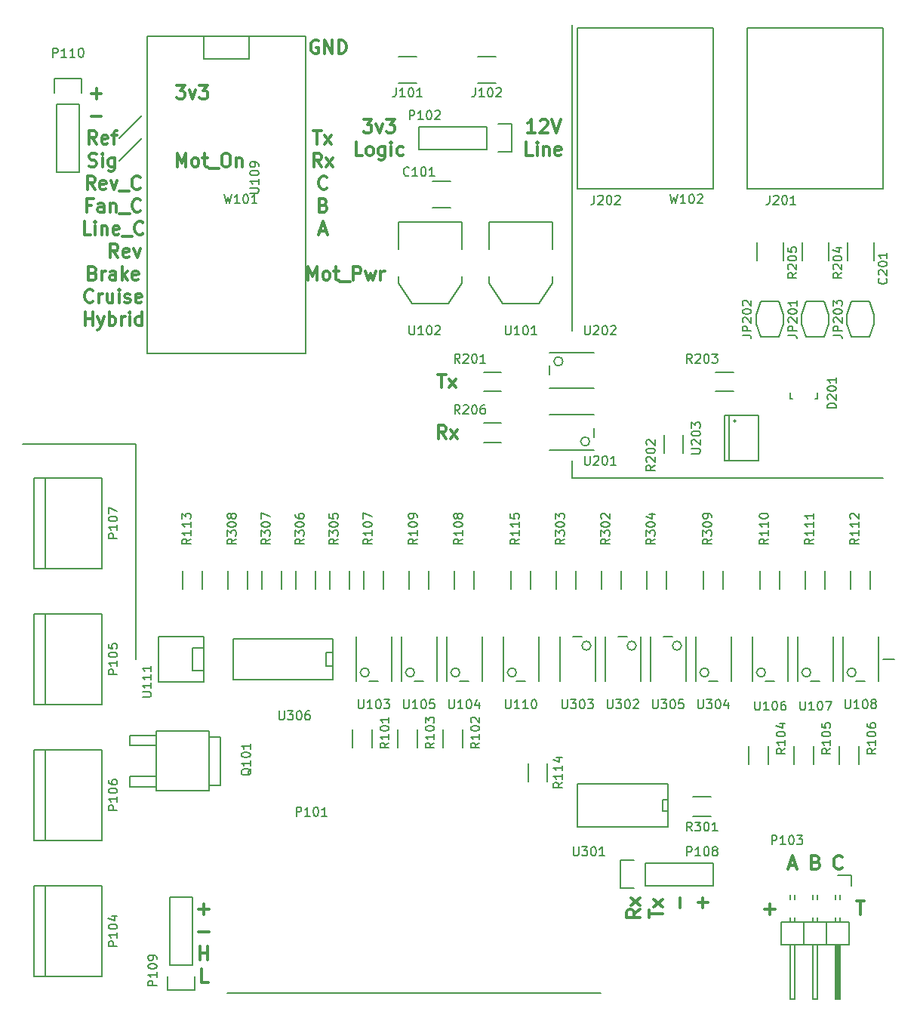
<source format=gbr>
G04 #@! TF.FileFunction,Legend,Top*
%FSLAX46Y46*%
G04 Gerber Fmt 4.6, Leading zero omitted, Abs format (unit mm)*
G04 Created by KiCad (PCBNEW 4.0.3+e1-6302~38~ubuntu15.10.1-stable) date Thu Nov 17 04:51:28 2016*
%MOMM*%
%LPD*%
G01*
G04 APERTURE LIST*
%ADD10C,0.200000*%
%ADD11C,0.300000*%
%ADD12C,0.150000*%
G04 APERTURE END LIST*
D10*
X142270000Y-133540000D02*
X141000000Y-133540000D01*
D11*
X91962143Y-108818571D02*
X91462143Y-108104286D01*
X91105000Y-108818571D02*
X91105000Y-107318571D01*
X91676428Y-107318571D01*
X91819286Y-107390000D01*
X91890714Y-107461429D01*
X91962143Y-107604286D01*
X91962143Y-107818571D01*
X91890714Y-107961429D01*
X91819286Y-108032857D01*
X91676428Y-108104286D01*
X91105000Y-108104286D01*
X92462143Y-108818571D02*
X93247857Y-107818571D01*
X92462143Y-107818571D02*
X93247857Y-108818571D01*
X91069286Y-101603571D02*
X91926429Y-101603571D01*
X91497858Y-103103571D02*
X91497858Y-101603571D01*
X92283572Y-103103571D02*
X93069286Y-102103571D01*
X92283572Y-102103571D02*
X93069286Y-103103571D01*
X52104286Y-85958571D02*
X51390000Y-85958571D01*
X51390000Y-84458571D01*
X52604286Y-85958571D02*
X52604286Y-84958571D01*
X52604286Y-84458571D02*
X52532857Y-84530000D01*
X52604286Y-84601429D01*
X52675714Y-84530000D01*
X52604286Y-84458571D01*
X52604286Y-84601429D01*
X53318572Y-84958571D02*
X53318572Y-85958571D01*
X53318572Y-85101429D02*
X53390000Y-85030000D01*
X53532858Y-84958571D01*
X53747143Y-84958571D01*
X53890000Y-85030000D01*
X53961429Y-85172857D01*
X53961429Y-85958571D01*
X55247143Y-85887143D02*
X55104286Y-85958571D01*
X54818572Y-85958571D01*
X54675715Y-85887143D01*
X54604286Y-85744286D01*
X54604286Y-85172857D01*
X54675715Y-85030000D01*
X54818572Y-84958571D01*
X55104286Y-84958571D01*
X55247143Y-85030000D01*
X55318572Y-85172857D01*
X55318572Y-85315714D01*
X54604286Y-85458571D01*
X55604286Y-86101429D02*
X56747143Y-86101429D01*
X57961429Y-85815714D02*
X57890000Y-85887143D01*
X57675714Y-85958571D01*
X57532857Y-85958571D01*
X57318572Y-85887143D01*
X57175714Y-85744286D01*
X57104286Y-85601429D01*
X57032857Y-85315714D01*
X57032857Y-85101429D01*
X57104286Y-84815714D01*
X57175714Y-84672857D01*
X57318572Y-84530000D01*
X57532857Y-84458571D01*
X57675714Y-84458571D01*
X57890000Y-84530000D01*
X57961429Y-84601429D01*
X52175715Y-82632857D02*
X51675715Y-82632857D01*
X51675715Y-83418571D02*
X51675715Y-81918571D01*
X52390001Y-81918571D01*
X53604286Y-83418571D02*
X53604286Y-82632857D01*
X53532857Y-82490000D01*
X53390000Y-82418571D01*
X53104286Y-82418571D01*
X52961429Y-82490000D01*
X53604286Y-83347143D02*
X53461429Y-83418571D01*
X53104286Y-83418571D01*
X52961429Y-83347143D01*
X52890000Y-83204286D01*
X52890000Y-83061429D01*
X52961429Y-82918571D01*
X53104286Y-82847143D01*
X53461429Y-82847143D01*
X53604286Y-82775714D01*
X54318572Y-82418571D02*
X54318572Y-83418571D01*
X54318572Y-82561429D02*
X54390000Y-82490000D01*
X54532858Y-82418571D01*
X54747143Y-82418571D01*
X54890000Y-82490000D01*
X54961429Y-82632857D01*
X54961429Y-83418571D01*
X55318572Y-83561429D02*
X56461429Y-83561429D01*
X57675715Y-83275714D02*
X57604286Y-83347143D01*
X57390000Y-83418571D01*
X57247143Y-83418571D01*
X57032858Y-83347143D01*
X56890000Y-83204286D01*
X56818572Y-83061429D01*
X56747143Y-82775714D01*
X56747143Y-82561429D01*
X56818572Y-82275714D01*
X56890000Y-82132857D01*
X57032858Y-81990000D01*
X57247143Y-81918571D01*
X57390000Y-81918571D01*
X57604286Y-81990000D01*
X57675715Y-82061429D01*
X52568572Y-80878571D02*
X52068572Y-80164286D01*
X51711429Y-80878571D02*
X51711429Y-79378571D01*
X52282857Y-79378571D01*
X52425715Y-79450000D01*
X52497143Y-79521429D01*
X52568572Y-79664286D01*
X52568572Y-79878571D01*
X52497143Y-80021429D01*
X52425715Y-80092857D01*
X52282857Y-80164286D01*
X51711429Y-80164286D01*
X53782857Y-80807143D02*
X53640000Y-80878571D01*
X53354286Y-80878571D01*
X53211429Y-80807143D01*
X53140000Y-80664286D01*
X53140000Y-80092857D01*
X53211429Y-79950000D01*
X53354286Y-79878571D01*
X53640000Y-79878571D01*
X53782857Y-79950000D01*
X53854286Y-80092857D01*
X53854286Y-80235714D01*
X53140000Y-80378571D01*
X54354286Y-79878571D02*
X54711429Y-80878571D01*
X55068571Y-79878571D01*
X55282857Y-81021429D02*
X56425714Y-81021429D01*
X57640000Y-80735714D02*
X57568571Y-80807143D01*
X57354285Y-80878571D01*
X57211428Y-80878571D01*
X56997143Y-80807143D01*
X56854285Y-80664286D01*
X56782857Y-80521429D01*
X56711428Y-80235714D01*
X56711428Y-80021429D01*
X56782857Y-79735714D01*
X56854285Y-79592857D01*
X56997143Y-79450000D01*
X57211428Y-79378571D01*
X57354285Y-79378571D01*
X57568571Y-79450000D01*
X57640000Y-79521429D01*
D10*
X55275000Y-77660000D02*
X57815000Y-75120000D01*
X55275000Y-75120000D02*
X57815000Y-72580000D01*
D11*
X61792143Y-78338571D02*
X61792143Y-76838571D01*
X62292143Y-77910000D01*
X62792143Y-76838571D01*
X62792143Y-78338571D01*
X63720715Y-78338571D02*
X63577857Y-78267143D01*
X63506429Y-78195714D01*
X63435000Y-78052857D01*
X63435000Y-77624286D01*
X63506429Y-77481429D01*
X63577857Y-77410000D01*
X63720715Y-77338571D01*
X63935000Y-77338571D01*
X64077857Y-77410000D01*
X64149286Y-77481429D01*
X64220715Y-77624286D01*
X64220715Y-78052857D01*
X64149286Y-78195714D01*
X64077857Y-78267143D01*
X63935000Y-78338571D01*
X63720715Y-78338571D01*
X64649286Y-77338571D02*
X65220715Y-77338571D01*
X64863572Y-76838571D02*
X64863572Y-78124286D01*
X64935000Y-78267143D01*
X65077858Y-78338571D01*
X65220715Y-78338571D01*
X65363572Y-78481429D02*
X66506429Y-78481429D01*
X67149286Y-76838571D02*
X67435000Y-76838571D01*
X67577858Y-76910000D01*
X67720715Y-77052857D01*
X67792143Y-77338571D01*
X67792143Y-77838571D01*
X67720715Y-78124286D01*
X67577858Y-78267143D01*
X67435000Y-78338571D01*
X67149286Y-78338571D01*
X67006429Y-78267143D01*
X66863572Y-78124286D01*
X66792143Y-77838571D01*
X66792143Y-77338571D01*
X66863572Y-77052857D01*
X67006429Y-76910000D01*
X67149286Y-76838571D01*
X68435001Y-77338571D02*
X68435001Y-78338571D01*
X68435001Y-77481429D02*
X68506429Y-77410000D01*
X68649287Y-77338571D01*
X68863572Y-77338571D01*
X69006429Y-77410000D01*
X69077858Y-77552857D01*
X69077858Y-78338571D01*
X76496429Y-91038571D02*
X76496429Y-89538571D01*
X76996429Y-90610000D01*
X77496429Y-89538571D01*
X77496429Y-91038571D01*
X78425001Y-91038571D02*
X78282143Y-90967143D01*
X78210715Y-90895714D01*
X78139286Y-90752857D01*
X78139286Y-90324286D01*
X78210715Y-90181429D01*
X78282143Y-90110000D01*
X78425001Y-90038571D01*
X78639286Y-90038571D01*
X78782143Y-90110000D01*
X78853572Y-90181429D01*
X78925001Y-90324286D01*
X78925001Y-90752857D01*
X78853572Y-90895714D01*
X78782143Y-90967143D01*
X78639286Y-91038571D01*
X78425001Y-91038571D01*
X79353572Y-90038571D02*
X79925001Y-90038571D01*
X79567858Y-89538571D02*
X79567858Y-90824286D01*
X79639286Y-90967143D01*
X79782144Y-91038571D01*
X79925001Y-91038571D01*
X80067858Y-91181429D02*
X81210715Y-91181429D01*
X81567858Y-91038571D02*
X81567858Y-89538571D01*
X82139286Y-89538571D01*
X82282144Y-89610000D01*
X82353572Y-89681429D01*
X82425001Y-89824286D01*
X82425001Y-90038571D01*
X82353572Y-90181429D01*
X82282144Y-90252857D01*
X82139286Y-90324286D01*
X81567858Y-90324286D01*
X82925001Y-90038571D02*
X83210715Y-91038571D01*
X83496429Y-90324286D01*
X83782144Y-91038571D01*
X84067858Y-90038571D01*
X84639287Y-91038571D02*
X84639287Y-90038571D01*
X84639287Y-90324286D02*
X84710715Y-90181429D01*
X84782144Y-90110000D01*
X84925001Y-90038571D01*
X85067858Y-90038571D01*
X51461429Y-96118571D02*
X51461429Y-94618571D01*
X51461429Y-95332857D02*
X52318572Y-95332857D01*
X52318572Y-96118571D02*
X52318572Y-94618571D01*
X52890001Y-95118571D02*
X53247144Y-96118571D01*
X53604286Y-95118571D02*
X53247144Y-96118571D01*
X53104286Y-96475714D01*
X53032858Y-96547143D01*
X52890001Y-96618571D01*
X54175715Y-96118571D02*
X54175715Y-94618571D01*
X54175715Y-95190000D02*
X54318572Y-95118571D01*
X54604286Y-95118571D01*
X54747143Y-95190000D01*
X54818572Y-95261429D01*
X54890001Y-95404286D01*
X54890001Y-95832857D01*
X54818572Y-95975714D01*
X54747143Y-96047143D01*
X54604286Y-96118571D01*
X54318572Y-96118571D01*
X54175715Y-96047143D01*
X55532858Y-96118571D02*
X55532858Y-95118571D01*
X55532858Y-95404286D02*
X55604286Y-95261429D01*
X55675715Y-95190000D01*
X55818572Y-95118571D01*
X55961429Y-95118571D01*
X56461429Y-96118571D02*
X56461429Y-95118571D01*
X56461429Y-94618571D02*
X56390000Y-94690000D01*
X56461429Y-94761429D01*
X56532857Y-94690000D01*
X56461429Y-94618571D01*
X56461429Y-94761429D01*
X57818572Y-96118571D02*
X57818572Y-94618571D01*
X57818572Y-96047143D02*
X57675715Y-96118571D01*
X57390001Y-96118571D01*
X57247143Y-96047143D01*
X57175715Y-95975714D01*
X57104286Y-95832857D01*
X57104286Y-95404286D01*
X57175715Y-95261429D01*
X57247143Y-95190000D01*
X57390001Y-95118571D01*
X57675715Y-95118571D01*
X57818572Y-95190000D01*
X52354286Y-93435714D02*
X52282857Y-93507143D01*
X52068571Y-93578571D01*
X51925714Y-93578571D01*
X51711429Y-93507143D01*
X51568571Y-93364286D01*
X51497143Y-93221429D01*
X51425714Y-92935714D01*
X51425714Y-92721429D01*
X51497143Y-92435714D01*
X51568571Y-92292857D01*
X51711429Y-92150000D01*
X51925714Y-92078571D01*
X52068571Y-92078571D01*
X52282857Y-92150000D01*
X52354286Y-92221429D01*
X52997143Y-93578571D02*
X52997143Y-92578571D01*
X52997143Y-92864286D02*
X53068571Y-92721429D01*
X53140000Y-92650000D01*
X53282857Y-92578571D01*
X53425714Y-92578571D01*
X54568571Y-92578571D02*
X54568571Y-93578571D01*
X53925714Y-92578571D02*
X53925714Y-93364286D01*
X53997142Y-93507143D01*
X54140000Y-93578571D01*
X54354285Y-93578571D01*
X54497142Y-93507143D01*
X54568571Y-93435714D01*
X55282857Y-93578571D02*
X55282857Y-92578571D01*
X55282857Y-92078571D02*
X55211428Y-92150000D01*
X55282857Y-92221429D01*
X55354285Y-92150000D01*
X55282857Y-92078571D01*
X55282857Y-92221429D01*
X55925714Y-93507143D02*
X56068571Y-93578571D01*
X56354286Y-93578571D01*
X56497143Y-93507143D01*
X56568571Y-93364286D01*
X56568571Y-93292857D01*
X56497143Y-93150000D01*
X56354286Y-93078571D01*
X56140000Y-93078571D01*
X55997143Y-93007143D01*
X55925714Y-92864286D01*
X55925714Y-92792857D01*
X55997143Y-92650000D01*
X56140000Y-92578571D01*
X56354286Y-92578571D01*
X56497143Y-92650000D01*
X57782857Y-93507143D02*
X57640000Y-93578571D01*
X57354286Y-93578571D01*
X57211429Y-93507143D01*
X57140000Y-93364286D01*
X57140000Y-92792857D01*
X57211429Y-92650000D01*
X57354286Y-92578571D01*
X57640000Y-92578571D01*
X57782857Y-92650000D01*
X57854286Y-92792857D01*
X57854286Y-92935714D01*
X57140000Y-93078571D01*
X52354286Y-90252857D02*
X52568572Y-90324286D01*
X52640000Y-90395714D01*
X52711429Y-90538571D01*
X52711429Y-90752857D01*
X52640000Y-90895714D01*
X52568572Y-90967143D01*
X52425714Y-91038571D01*
X51854286Y-91038571D01*
X51854286Y-89538571D01*
X52354286Y-89538571D01*
X52497143Y-89610000D01*
X52568572Y-89681429D01*
X52640000Y-89824286D01*
X52640000Y-89967143D01*
X52568572Y-90110000D01*
X52497143Y-90181429D01*
X52354286Y-90252857D01*
X51854286Y-90252857D01*
X53354286Y-91038571D02*
X53354286Y-90038571D01*
X53354286Y-90324286D02*
X53425714Y-90181429D01*
X53497143Y-90110000D01*
X53640000Y-90038571D01*
X53782857Y-90038571D01*
X54925714Y-91038571D02*
X54925714Y-90252857D01*
X54854285Y-90110000D01*
X54711428Y-90038571D01*
X54425714Y-90038571D01*
X54282857Y-90110000D01*
X54925714Y-90967143D02*
X54782857Y-91038571D01*
X54425714Y-91038571D01*
X54282857Y-90967143D01*
X54211428Y-90824286D01*
X54211428Y-90681429D01*
X54282857Y-90538571D01*
X54425714Y-90467143D01*
X54782857Y-90467143D01*
X54925714Y-90395714D01*
X55640000Y-91038571D02*
X55640000Y-89538571D01*
X55782857Y-90467143D02*
X56211428Y-91038571D01*
X56211428Y-90038571D02*
X55640000Y-90610000D01*
X57425714Y-90967143D02*
X57282857Y-91038571D01*
X56997143Y-91038571D01*
X56854286Y-90967143D01*
X56782857Y-90824286D01*
X56782857Y-90252857D01*
X56854286Y-90110000D01*
X56997143Y-90038571D01*
X57282857Y-90038571D01*
X57425714Y-90110000D01*
X57497143Y-90252857D01*
X57497143Y-90395714D01*
X56782857Y-90538571D01*
X55160001Y-88498571D02*
X54660001Y-87784286D01*
X54302858Y-88498571D02*
X54302858Y-86998571D01*
X54874286Y-86998571D01*
X55017144Y-87070000D01*
X55088572Y-87141429D01*
X55160001Y-87284286D01*
X55160001Y-87498571D01*
X55088572Y-87641429D01*
X55017144Y-87712857D01*
X54874286Y-87784286D01*
X54302858Y-87784286D01*
X56374286Y-88427143D02*
X56231429Y-88498571D01*
X55945715Y-88498571D01*
X55802858Y-88427143D01*
X55731429Y-88284286D01*
X55731429Y-87712857D01*
X55802858Y-87570000D01*
X55945715Y-87498571D01*
X56231429Y-87498571D01*
X56374286Y-87570000D01*
X56445715Y-87712857D01*
X56445715Y-87855714D01*
X55731429Y-87998571D01*
X56945715Y-87498571D02*
X57302858Y-88498571D01*
X57660000Y-87498571D01*
X77777857Y-85530000D02*
X78492143Y-85530000D01*
X77635000Y-85958571D02*
X78135000Y-84458571D01*
X78635000Y-85958571D01*
X78242143Y-82632857D02*
X78456429Y-82704286D01*
X78527857Y-82775714D01*
X78599286Y-82918571D01*
X78599286Y-83132857D01*
X78527857Y-83275714D01*
X78456429Y-83347143D01*
X78313571Y-83418571D01*
X77742143Y-83418571D01*
X77742143Y-81918571D01*
X78242143Y-81918571D01*
X78385000Y-81990000D01*
X78456429Y-82061429D01*
X78527857Y-82204286D01*
X78527857Y-82347143D01*
X78456429Y-82490000D01*
X78385000Y-82561429D01*
X78242143Y-82632857D01*
X77742143Y-82632857D01*
X78599286Y-80735714D02*
X78527857Y-80807143D01*
X78313571Y-80878571D01*
X78170714Y-80878571D01*
X77956429Y-80807143D01*
X77813571Y-80664286D01*
X77742143Y-80521429D01*
X77670714Y-80235714D01*
X77670714Y-80021429D01*
X77742143Y-79735714D01*
X77813571Y-79592857D01*
X77956429Y-79450000D01*
X78170714Y-79378571D01*
X78313571Y-79378571D01*
X78527857Y-79450000D01*
X78599286Y-79521429D01*
X77992143Y-78338571D02*
X77492143Y-77624286D01*
X77135000Y-78338571D02*
X77135000Y-76838571D01*
X77706428Y-76838571D01*
X77849286Y-76910000D01*
X77920714Y-76981429D01*
X77992143Y-77124286D01*
X77992143Y-77338571D01*
X77920714Y-77481429D01*
X77849286Y-77552857D01*
X77706428Y-77624286D01*
X77135000Y-77624286D01*
X78492143Y-78338571D02*
X79277857Y-77338571D01*
X78492143Y-77338571D02*
X79277857Y-78338571D01*
X77099286Y-74298571D02*
X77956429Y-74298571D01*
X77527858Y-75798571D02*
X77527858Y-74298571D01*
X78313572Y-75798571D02*
X79099286Y-74798571D01*
X78313572Y-74798571D02*
X79099286Y-75798571D01*
X61744287Y-69218571D02*
X62672858Y-69218571D01*
X62172858Y-69790000D01*
X62387144Y-69790000D01*
X62530001Y-69861429D01*
X62601430Y-69932857D01*
X62672858Y-70075714D01*
X62672858Y-70432857D01*
X62601430Y-70575714D01*
X62530001Y-70647143D01*
X62387144Y-70718571D01*
X61958572Y-70718571D01*
X61815715Y-70647143D01*
X61744287Y-70575714D01*
X63172858Y-69718571D02*
X63530001Y-70718571D01*
X63887143Y-69718571D01*
X64315715Y-69218571D02*
X65244286Y-69218571D01*
X64744286Y-69790000D01*
X64958572Y-69790000D01*
X65101429Y-69861429D01*
X65172858Y-69932857D01*
X65244286Y-70075714D01*
X65244286Y-70432857D01*
X65172858Y-70575714D01*
X65101429Y-70647143D01*
X64958572Y-70718571D01*
X64530000Y-70718571D01*
X64387143Y-70647143D01*
X64315715Y-70575714D01*
X77627143Y-64210000D02*
X77484286Y-64138571D01*
X77270000Y-64138571D01*
X77055715Y-64210000D01*
X76912857Y-64352857D01*
X76841429Y-64495714D01*
X76770000Y-64781429D01*
X76770000Y-64995714D01*
X76841429Y-65281429D01*
X76912857Y-65424286D01*
X77055715Y-65567143D01*
X77270000Y-65638571D01*
X77412857Y-65638571D01*
X77627143Y-65567143D01*
X77698572Y-65495714D01*
X77698572Y-64995714D01*
X77412857Y-64995714D01*
X78341429Y-65638571D02*
X78341429Y-64138571D01*
X79198572Y-65638571D01*
X79198572Y-64138571D01*
X79912858Y-65638571D02*
X79912858Y-64138571D01*
X80270001Y-64138571D01*
X80484286Y-64210000D01*
X80627144Y-64352857D01*
X80698572Y-64495714D01*
X80770001Y-64781429D01*
X80770001Y-64995714D01*
X80698572Y-65281429D01*
X80627144Y-65424286D01*
X80484286Y-65567143D01*
X80270001Y-65638571D01*
X79912858Y-65638571D01*
X82699287Y-73023571D02*
X83627858Y-73023571D01*
X83127858Y-73595000D01*
X83342144Y-73595000D01*
X83485001Y-73666429D01*
X83556430Y-73737857D01*
X83627858Y-73880714D01*
X83627858Y-74237857D01*
X83556430Y-74380714D01*
X83485001Y-74452143D01*
X83342144Y-74523571D01*
X82913572Y-74523571D01*
X82770715Y-74452143D01*
X82699287Y-74380714D01*
X84127858Y-73523571D02*
X84485001Y-74523571D01*
X84842143Y-73523571D01*
X85270715Y-73023571D02*
X86199286Y-73023571D01*
X85699286Y-73595000D01*
X85913572Y-73595000D01*
X86056429Y-73666429D01*
X86127858Y-73737857D01*
X86199286Y-73880714D01*
X86199286Y-74237857D01*
X86127858Y-74380714D01*
X86056429Y-74452143D01*
X85913572Y-74523571D01*
X85485000Y-74523571D01*
X85342143Y-74452143D01*
X85270715Y-74380714D01*
X82592143Y-77073571D02*
X81877857Y-77073571D01*
X81877857Y-75573571D01*
X83306429Y-77073571D02*
X83163571Y-77002143D01*
X83092143Y-76930714D01*
X83020714Y-76787857D01*
X83020714Y-76359286D01*
X83092143Y-76216429D01*
X83163571Y-76145000D01*
X83306429Y-76073571D01*
X83520714Y-76073571D01*
X83663571Y-76145000D01*
X83735000Y-76216429D01*
X83806429Y-76359286D01*
X83806429Y-76787857D01*
X83735000Y-76930714D01*
X83663571Y-77002143D01*
X83520714Y-77073571D01*
X83306429Y-77073571D01*
X85092143Y-76073571D02*
X85092143Y-77287857D01*
X85020714Y-77430714D01*
X84949286Y-77502143D01*
X84806429Y-77573571D01*
X84592143Y-77573571D01*
X84449286Y-77502143D01*
X85092143Y-77002143D02*
X84949286Y-77073571D01*
X84663572Y-77073571D01*
X84520714Y-77002143D01*
X84449286Y-76930714D01*
X84377857Y-76787857D01*
X84377857Y-76359286D01*
X84449286Y-76216429D01*
X84520714Y-76145000D01*
X84663572Y-76073571D01*
X84949286Y-76073571D01*
X85092143Y-76145000D01*
X85806429Y-77073571D02*
X85806429Y-76073571D01*
X85806429Y-75573571D02*
X85735000Y-75645000D01*
X85806429Y-75716429D01*
X85877857Y-75645000D01*
X85806429Y-75573571D01*
X85806429Y-75716429D01*
X87163572Y-77002143D02*
X87020715Y-77073571D01*
X86735001Y-77073571D01*
X86592143Y-77002143D01*
X86520715Y-76930714D01*
X86449286Y-76787857D01*
X86449286Y-76359286D01*
X86520715Y-76216429D01*
X86592143Y-76145000D01*
X86735001Y-76073571D01*
X87020715Y-76073571D01*
X87163572Y-76145000D01*
X101971429Y-74523571D02*
X101114286Y-74523571D01*
X101542858Y-74523571D02*
X101542858Y-73023571D01*
X101400001Y-73237857D01*
X101257143Y-73380714D01*
X101114286Y-73452143D01*
X102542857Y-73166429D02*
X102614286Y-73095000D01*
X102757143Y-73023571D01*
X103114286Y-73023571D01*
X103257143Y-73095000D01*
X103328572Y-73166429D01*
X103400000Y-73309286D01*
X103400000Y-73452143D01*
X103328572Y-73666429D01*
X102471429Y-74523571D01*
X103400000Y-74523571D01*
X103828571Y-73023571D02*
X104328571Y-74523571D01*
X104828571Y-73023571D01*
X101685715Y-77073571D02*
X100971429Y-77073571D01*
X100971429Y-75573571D01*
X102185715Y-77073571D02*
X102185715Y-76073571D01*
X102185715Y-75573571D02*
X102114286Y-75645000D01*
X102185715Y-75716429D01*
X102257143Y-75645000D01*
X102185715Y-75573571D01*
X102185715Y-75716429D01*
X102900001Y-76073571D02*
X102900001Y-77073571D01*
X102900001Y-76216429D02*
X102971429Y-76145000D01*
X103114287Y-76073571D01*
X103328572Y-76073571D01*
X103471429Y-76145000D01*
X103542858Y-76287857D01*
X103542858Y-77073571D01*
X104828572Y-77002143D02*
X104685715Y-77073571D01*
X104400001Y-77073571D01*
X104257144Y-77002143D01*
X104185715Y-76859286D01*
X104185715Y-76287857D01*
X104257144Y-76145000D01*
X104400001Y-76073571D01*
X104685715Y-76073571D01*
X104828572Y-76145000D01*
X104900001Y-76287857D01*
X104900001Y-76430714D01*
X104185715Y-76573571D01*
X51905714Y-78267143D02*
X52120000Y-78338571D01*
X52477143Y-78338571D01*
X52620000Y-78267143D01*
X52691429Y-78195714D01*
X52762857Y-78052857D01*
X52762857Y-77910000D01*
X52691429Y-77767143D01*
X52620000Y-77695714D01*
X52477143Y-77624286D01*
X52191429Y-77552857D01*
X52048571Y-77481429D01*
X51977143Y-77410000D01*
X51905714Y-77267143D01*
X51905714Y-77124286D01*
X51977143Y-76981429D01*
X52048571Y-76910000D01*
X52191429Y-76838571D01*
X52548571Y-76838571D01*
X52762857Y-76910000D01*
X53405714Y-78338571D02*
X53405714Y-77338571D01*
X53405714Y-76838571D02*
X53334285Y-76910000D01*
X53405714Y-76981429D01*
X53477142Y-76910000D01*
X53405714Y-76838571D01*
X53405714Y-76981429D01*
X54762857Y-77338571D02*
X54762857Y-78552857D01*
X54691428Y-78695714D01*
X54620000Y-78767143D01*
X54477143Y-78838571D01*
X54262857Y-78838571D01*
X54120000Y-78767143D01*
X54762857Y-78267143D02*
X54620000Y-78338571D01*
X54334286Y-78338571D01*
X54191428Y-78267143D01*
X54120000Y-78195714D01*
X54048571Y-78052857D01*
X54048571Y-77624286D01*
X54120000Y-77481429D01*
X54191428Y-77410000D01*
X54334286Y-77338571D01*
X54620000Y-77338571D01*
X54762857Y-77410000D01*
X52762858Y-75798571D02*
X52262858Y-75084286D01*
X51905715Y-75798571D02*
X51905715Y-74298571D01*
X52477143Y-74298571D01*
X52620001Y-74370000D01*
X52691429Y-74441429D01*
X52762858Y-74584286D01*
X52762858Y-74798571D01*
X52691429Y-74941429D01*
X52620001Y-75012857D01*
X52477143Y-75084286D01*
X51905715Y-75084286D01*
X53977143Y-75727143D02*
X53834286Y-75798571D01*
X53548572Y-75798571D01*
X53405715Y-75727143D01*
X53334286Y-75584286D01*
X53334286Y-75012857D01*
X53405715Y-74870000D01*
X53548572Y-74798571D01*
X53834286Y-74798571D01*
X53977143Y-74870000D01*
X54048572Y-75012857D01*
X54048572Y-75155714D01*
X53334286Y-75298571D01*
X54477143Y-74798571D02*
X55048572Y-74798571D01*
X54691429Y-75798571D02*
X54691429Y-74512857D01*
X54762857Y-74370000D01*
X54905715Y-74298571D01*
X55048572Y-74298571D01*
X52163572Y-72687143D02*
X53306429Y-72687143D01*
X52163572Y-70147143D02*
X53306429Y-70147143D01*
X52735000Y-70718571D02*
X52735000Y-69575714D01*
X65264286Y-169778571D02*
X64550000Y-169778571D01*
X64550000Y-168278571D01*
X64371429Y-167238571D02*
X64371429Y-165738571D01*
X64371429Y-166452857D02*
X65228572Y-166452857D01*
X65228572Y-167238571D02*
X65228572Y-165738571D01*
X64228572Y-164127143D02*
X65371429Y-164127143D01*
X64228572Y-161587143D02*
X65371429Y-161587143D01*
X64800000Y-162158571D02*
X64800000Y-161015714D01*
X113738571Y-161622857D02*
X113024286Y-162122857D01*
X113738571Y-162480000D02*
X112238571Y-162480000D01*
X112238571Y-161908572D01*
X112310000Y-161765714D01*
X112381429Y-161694286D01*
X112524286Y-161622857D01*
X112738571Y-161622857D01*
X112881429Y-161694286D01*
X112952857Y-161765714D01*
X113024286Y-161908572D01*
X113024286Y-162480000D01*
X113738571Y-161122857D02*
X112738571Y-160337143D01*
X112738571Y-161122857D02*
X113738571Y-160337143D01*
X114778571Y-162515714D02*
X114778571Y-161658571D01*
X116278571Y-162087142D02*
X114778571Y-162087142D01*
X116278571Y-161301428D02*
X115278571Y-160515714D01*
X115278571Y-161301428D02*
X116278571Y-160515714D01*
X118247143Y-161416428D02*
X118247143Y-160273571D01*
X120787143Y-161416428D02*
X120787143Y-160273571D01*
X121358571Y-160845000D02*
X120215714Y-160845000D01*
X138031429Y-160658571D02*
X138888572Y-160658571D01*
X138460001Y-162158571D02*
X138460001Y-160658571D01*
X127728572Y-161587143D02*
X128871429Y-161587143D01*
X128300000Y-162158571D02*
X128300000Y-161015714D01*
X136384286Y-156935714D02*
X136312857Y-157007143D01*
X136098571Y-157078571D01*
X135955714Y-157078571D01*
X135741429Y-157007143D01*
X135598571Y-156864286D01*
X135527143Y-156721429D01*
X135455714Y-156435714D01*
X135455714Y-156221429D01*
X135527143Y-155935714D01*
X135598571Y-155792857D01*
X135741429Y-155650000D01*
X135955714Y-155578571D01*
X136098571Y-155578571D01*
X136312857Y-155650000D01*
X136384286Y-155721429D01*
X133487143Y-156292857D02*
X133701429Y-156364286D01*
X133772857Y-156435714D01*
X133844286Y-156578571D01*
X133844286Y-156792857D01*
X133772857Y-156935714D01*
X133701429Y-157007143D01*
X133558571Y-157078571D01*
X132987143Y-157078571D01*
X132987143Y-155578571D01*
X133487143Y-155578571D01*
X133630000Y-155650000D01*
X133701429Y-155721429D01*
X133772857Y-155864286D01*
X133772857Y-156007143D01*
X133701429Y-156150000D01*
X133630000Y-156221429D01*
X133487143Y-156292857D01*
X132987143Y-156292857D01*
X130482857Y-156650000D02*
X131197143Y-156650000D01*
X130340000Y-157078571D02*
X130840000Y-155578571D01*
X131340000Y-157078571D01*
D10*
X106075000Y-113220000D02*
X141000000Y-113220000D01*
X106075000Y-111315000D02*
X106075000Y-113220000D01*
X106075000Y-96710000D02*
X106075000Y-62420000D01*
X57180000Y-109410000D02*
X57180000Y-133540000D01*
X44480000Y-109410000D02*
X57180000Y-109410000D01*
D12*
X96550000Y-73850000D02*
X88930000Y-73850000D01*
X96550000Y-76390000D02*
X88930000Y-76390000D01*
X99370000Y-76670000D02*
X97820000Y-76670000D01*
X88930000Y-73850000D02*
X88930000Y-76390000D01*
X96550000Y-76390000D02*
X96550000Y-73850000D01*
X97820000Y-73570000D02*
X99370000Y-73570000D01*
X99370000Y-73570000D02*
X99370000Y-76670000D01*
X67420000Y-170990000D02*
X109330000Y-170990000D01*
X126825000Y-88820000D02*
X126825000Y-86820000D01*
X129775000Y-86820000D02*
X129775000Y-88820000D01*
X141000000Y-62801000D02*
X125760000Y-62801000D01*
X125760000Y-62801000D02*
X125760000Y-80835000D01*
X125760000Y-80835000D02*
X141000000Y-80835000D01*
X141000000Y-80835000D02*
X141000000Y-62801000D01*
X92470000Y-79995000D02*
X90470000Y-79995000D01*
X90470000Y-82945000D02*
X92470000Y-82945000D01*
X136985000Y-86820000D02*
X136985000Y-88820000D01*
X139935000Y-88820000D02*
X139935000Y-86820000D01*
X133609820Y-103644200D02*
X133609820Y-104345240D01*
X133609820Y-104345240D02*
X133360900Y-104345240D01*
X130810840Y-104345240D02*
X130610180Y-104345240D01*
X130610180Y-104345240D02*
X130610180Y-103644200D01*
X88660000Y-68975000D02*
X86660000Y-68975000D01*
X86660000Y-66025000D02*
X88660000Y-66025000D01*
X97550000Y-68975000D02*
X95550000Y-68975000D01*
X95550000Y-66025000D02*
X97550000Y-66025000D01*
X121950000Y-62801000D02*
X106710000Y-62801000D01*
X106710000Y-62801000D02*
X106710000Y-80835000D01*
X106710000Y-80835000D02*
X121950000Y-80835000D01*
X121950000Y-80835000D02*
X121950000Y-62801000D01*
X134880000Y-94940000D02*
X134880000Y-95940000D01*
X134880000Y-95940000D02*
X134380000Y-97440000D01*
X134380000Y-97440000D02*
X132380000Y-97440000D01*
X132380000Y-97440000D02*
X131880000Y-95940000D01*
X131880000Y-95940000D02*
X131880000Y-94940000D01*
X131880000Y-94940000D02*
X132380000Y-93440000D01*
X132380000Y-93440000D02*
X134380000Y-93440000D01*
X134380000Y-93440000D02*
X134880000Y-94940000D01*
X126800000Y-95940000D02*
X126800000Y-94940000D01*
X126800000Y-94940000D02*
X127300000Y-93440000D01*
X127300000Y-93440000D02*
X129300000Y-93440000D01*
X129300000Y-93440000D02*
X129800000Y-94940000D01*
X129800000Y-94940000D02*
X129800000Y-95940000D01*
X129800000Y-95940000D02*
X129300000Y-97440000D01*
X129300000Y-97440000D02*
X127300000Y-97440000D01*
X127300000Y-97440000D02*
X126800000Y-95940000D01*
X139960000Y-94940000D02*
X139960000Y-95940000D01*
X139960000Y-95940000D02*
X139460000Y-97440000D01*
X139460000Y-97440000D02*
X137460000Y-97440000D01*
X137460000Y-97440000D02*
X136960000Y-95940000D01*
X136960000Y-95940000D02*
X136960000Y-94940000D01*
X136960000Y-94940000D02*
X137460000Y-93440000D01*
X137460000Y-93440000D02*
X139460000Y-93440000D01*
X139460000Y-93440000D02*
X139960000Y-94940000D01*
X47020000Y-169100000D02*
X47020000Y-158940000D01*
X45750000Y-169100000D02*
X53370000Y-169100000D01*
X53370000Y-169100000D02*
X53370000Y-158940000D01*
X53370000Y-158940000D02*
X45750000Y-158940000D01*
X45750000Y-158940000D02*
X45750000Y-169100000D01*
X47020000Y-138620000D02*
X47020000Y-128460000D01*
X45750000Y-138620000D02*
X53370000Y-138620000D01*
X53370000Y-138620000D02*
X53370000Y-128460000D01*
X53370000Y-128460000D02*
X45750000Y-128460000D01*
X45750000Y-128460000D02*
X45750000Y-138620000D01*
X47020000Y-153860000D02*
X47020000Y-143700000D01*
X45750000Y-153860000D02*
X53370000Y-153860000D01*
X53370000Y-153860000D02*
X53370000Y-143700000D01*
X53370000Y-143700000D02*
X45750000Y-143700000D01*
X45750000Y-143700000D02*
X45750000Y-153860000D01*
X114330000Y-158940000D02*
X121950000Y-158940000D01*
X114330000Y-156400000D02*
X121950000Y-156400000D01*
X111510000Y-156120000D02*
X113060000Y-156120000D01*
X121950000Y-158940000D02*
X121950000Y-156400000D01*
X114330000Y-156400000D02*
X114330000Y-158940000D01*
X113060000Y-159220000D02*
X111510000Y-159220000D01*
X111510000Y-159220000D02*
X111510000Y-156120000D01*
X63530000Y-167830000D02*
X63530000Y-160210000D01*
X60990000Y-167830000D02*
X60990000Y-160210000D01*
X60710000Y-170650000D02*
X60710000Y-169100000D01*
X63530000Y-160210000D02*
X60990000Y-160210000D01*
X60990000Y-167830000D02*
X63530000Y-167830000D01*
X63810000Y-169100000D02*
X63810000Y-170650000D01*
X63810000Y-170650000D02*
X60710000Y-170650000D01*
X81505000Y-143430000D02*
X81505000Y-141430000D01*
X83655000Y-141430000D02*
X83655000Y-143430000D01*
X91665000Y-143430000D02*
X91665000Y-141430000D01*
X93815000Y-141430000D02*
X93815000Y-143430000D01*
X86585000Y-143430000D02*
X86585000Y-141430000D01*
X88735000Y-141430000D02*
X88735000Y-143430000D01*
X125955000Y-145335000D02*
X125955000Y-143335000D01*
X128105000Y-143335000D02*
X128105000Y-145335000D01*
X131035000Y-145335000D02*
X131035000Y-143335000D01*
X133185000Y-143335000D02*
X133185000Y-145335000D01*
X136115000Y-145335000D02*
X136115000Y-143335000D01*
X138265000Y-143335000D02*
X138265000Y-145335000D01*
X82775000Y-125650000D02*
X82775000Y-123650000D01*
X84925000Y-123650000D02*
X84925000Y-125650000D01*
X92935000Y-125650000D02*
X92935000Y-123650000D01*
X95085000Y-123650000D02*
X95085000Y-125650000D01*
X87855000Y-125650000D02*
X87855000Y-123650000D01*
X90005000Y-123650000D02*
X90005000Y-125650000D01*
X127225000Y-125650000D02*
X127225000Y-123650000D01*
X129375000Y-123650000D02*
X129375000Y-125650000D01*
X132305000Y-125650000D02*
X132305000Y-123650000D01*
X134455000Y-123650000D02*
X134455000Y-125650000D01*
X137385000Y-125650000D02*
X137385000Y-123650000D01*
X139535000Y-123650000D02*
X139535000Y-125650000D01*
X62455000Y-125650000D02*
X62455000Y-123650000D01*
X64605000Y-123650000D02*
X64605000Y-125650000D01*
X101190000Y-147240000D02*
X101190000Y-145240000D01*
X103340000Y-145240000D02*
X103340000Y-147240000D01*
X99285000Y-125650000D02*
X99285000Y-123650000D01*
X101435000Y-123650000D02*
X101435000Y-125650000D01*
X96185000Y-101350000D02*
X98185000Y-101350000D01*
X98185000Y-103500000D02*
X96185000Y-103500000D01*
X118580000Y-108410000D02*
X118580000Y-110410000D01*
X116430000Y-110410000D02*
X116430000Y-108410000D01*
X124220000Y-103500000D02*
X122220000Y-103500000D01*
X122220000Y-101350000D02*
X124220000Y-101350000D01*
X131905000Y-88820000D02*
X131905000Y-86820000D01*
X134855000Y-86820000D02*
X134855000Y-88820000D01*
X119680000Y-148975000D02*
X121680000Y-148975000D01*
X121680000Y-151125000D02*
X119680000Y-151125000D01*
X109445000Y-125650000D02*
X109445000Y-123650000D01*
X111595000Y-123650000D02*
X111595000Y-125650000D01*
X104365000Y-125650000D02*
X104365000Y-123650000D01*
X106515000Y-123650000D02*
X106515000Y-125650000D01*
X114525000Y-125650000D02*
X114525000Y-123650000D01*
X116675000Y-123650000D02*
X116675000Y-125650000D01*
X81115000Y-123650000D02*
X81115000Y-125650000D01*
X78965000Y-125650000D02*
X78965000Y-123650000D01*
X77305000Y-123650000D02*
X77305000Y-125650000D01*
X75155000Y-125650000D02*
X75155000Y-123650000D01*
X73495000Y-123650000D02*
X73495000Y-125650000D01*
X71345000Y-125650000D02*
X71345000Y-123650000D01*
X69685000Y-123650000D02*
X69685000Y-125650000D01*
X67535000Y-125650000D02*
X67535000Y-123650000D01*
X83350000Y-135040000D02*
G75*
G03X83350000Y-135040000I-500000J0D01*
G01*
X83350000Y-136040000D02*
X84350000Y-136040000D01*
X85850000Y-131040000D02*
X85850000Y-136040000D01*
X81850000Y-131040000D02*
X81850000Y-136040000D01*
X93510000Y-135040000D02*
G75*
G03X93510000Y-135040000I-500000J0D01*
G01*
X93510000Y-136040000D02*
X94510000Y-136040000D01*
X96010000Y-131040000D02*
X96010000Y-136040000D01*
X92010000Y-131040000D02*
X92010000Y-136040000D01*
X88430000Y-135040000D02*
G75*
G03X88430000Y-135040000I-500000J0D01*
G01*
X88430000Y-136040000D02*
X89430000Y-136040000D01*
X90930000Y-131040000D02*
X90930000Y-136040000D01*
X86930000Y-131040000D02*
X86930000Y-136040000D01*
X127800000Y-135040000D02*
G75*
G03X127800000Y-135040000I-500000J0D01*
G01*
X127800000Y-136040000D02*
X128800000Y-136040000D01*
X130300000Y-131040000D02*
X130300000Y-136040000D01*
X126300000Y-131040000D02*
X126300000Y-136040000D01*
X132880000Y-135040000D02*
G75*
G03X132880000Y-135040000I-500000J0D01*
G01*
X132880000Y-136040000D02*
X133880000Y-136040000D01*
X135380000Y-131040000D02*
X135380000Y-136040000D01*
X131380000Y-131040000D02*
X131380000Y-136040000D01*
X137960000Y-135040000D02*
G75*
G03X137960000Y-135040000I-500000J0D01*
G01*
X137960000Y-136040000D02*
X138960000Y-136040000D01*
X140460000Y-131040000D02*
X140460000Y-136040000D01*
X136460000Y-131040000D02*
X136460000Y-136040000D01*
X99860000Y-135040000D02*
G75*
G03X99860000Y-135040000I-500000J0D01*
G01*
X99860000Y-136040000D02*
X100860000Y-136040000D01*
X102360000Y-131040000D02*
X102360000Y-136040000D01*
X98360000Y-131040000D02*
X98360000Y-136040000D01*
X108075000Y-109140000D02*
G75*
G03X108075000Y-109140000I-500000J0D01*
G01*
X108575000Y-108640000D02*
X108575000Y-107640000D01*
X103575000Y-106140000D02*
X108575000Y-106140000D01*
X103575000Y-110140000D02*
X108575000Y-110140000D01*
X105075000Y-100155000D02*
G75*
G03X105075000Y-100155000I-500000J0D01*
G01*
X103575000Y-100655000D02*
X103575000Y-101655000D01*
X108575000Y-103155000D02*
X103575000Y-103155000D01*
X108575000Y-99155000D02*
X103575000Y-99155000D01*
X124490000Y-106870000D02*
G75*
G03X124490000Y-106870000I-127000J0D01*
G01*
X123728000Y-106235000D02*
X123728000Y-111315000D01*
X127030000Y-106235000D02*
X127030000Y-111315000D01*
X123220000Y-106235000D02*
X123220000Y-111315000D01*
X123220000Y-106235000D02*
X127030000Y-106235000D01*
X123220000Y-111315000D02*
X127030000Y-111315000D01*
X113290000Y-132040000D02*
G75*
G03X113290000Y-132040000I-500000J0D01*
G01*
X112290000Y-131040000D02*
X111290000Y-131040000D01*
X109790000Y-136040000D02*
X109790000Y-131040000D01*
X113790000Y-136040000D02*
X113790000Y-131040000D01*
X108210000Y-132040000D02*
G75*
G03X108210000Y-132040000I-500000J0D01*
G01*
X107210000Y-131040000D02*
X106210000Y-131040000D01*
X104710000Y-136040000D02*
X104710000Y-131040000D01*
X108710000Y-136040000D02*
X108710000Y-131040000D01*
X121450000Y-135040000D02*
G75*
G03X121450000Y-135040000I-500000J0D01*
G01*
X121450000Y-136040000D02*
X122450000Y-136040000D01*
X123950000Y-131040000D02*
X123950000Y-136040000D01*
X119950000Y-131040000D02*
X119950000Y-136040000D01*
X118370000Y-132040000D02*
G75*
G03X118370000Y-132040000I-500000J0D01*
G01*
X117370000Y-131040000D02*
X116370000Y-131040000D01*
X114870000Y-136040000D02*
X114870000Y-131040000D01*
X118870000Y-136040000D02*
X118870000Y-131040000D01*
X65422300Y-142264900D02*
X66616100Y-142264900D01*
X66616100Y-142264900D02*
X66616100Y-147675100D01*
X66616100Y-147675100D02*
X65409600Y-147675100D01*
X59415200Y-146697200D02*
X56506900Y-146697200D01*
X56506900Y-147840200D02*
X59415200Y-147840200D01*
X56506900Y-146697200D02*
X56506900Y-147840200D01*
X56506900Y-142099800D02*
X56506900Y-143242800D01*
X56506900Y-143242800D02*
X59415200Y-143242800D01*
X59415200Y-142099800D02*
X56506900Y-142099800D01*
X59415200Y-148322800D02*
X65409600Y-148322800D01*
X65409600Y-148322800D02*
X65409600Y-141617200D01*
X65409600Y-141617200D02*
X59415200Y-141617200D01*
X59415200Y-148322800D02*
X59415200Y-141617200D01*
X103916000Y-87566000D02*
X103916000Y-84518000D01*
X103916000Y-84518000D02*
X96804000Y-84518000D01*
X96804000Y-84518000D02*
X96804000Y-87566000D01*
X103916000Y-90614000D02*
X103916000Y-91376000D01*
X103916000Y-91376000D02*
X102392000Y-93662000D01*
X102392000Y-93662000D02*
X98328000Y-93662000D01*
X98328000Y-93662000D02*
X96804000Y-91376000D01*
X96804000Y-91376000D02*
X96804000Y-90614000D01*
X93756000Y-87566000D02*
X93756000Y-84518000D01*
X93756000Y-84518000D02*
X86644000Y-84518000D01*
X86644000Y-84518000D02*
X86644000Y-87566000D01*
X93756000Y-90614000D02*
X93756000Y-91376000D01*
X93756000Y-91376000D02*
X92232000Y-93662000D01*
X92232000Y-93662000D02*
X88168000Y-93662000D01*
X88168000Y-93662000D02*
X86644000Y-91376000D01*
X86644000Y-91376000D02*
X86644000Y-90614000D01*
X59720000Y-131000000D02*
X64800000Y-131000000D01*
X64800000Y-136080000D02*
X59720000Y-136080000D01*
X64800000Y-136080000D02*
X64800000Y-131000000D01*
X59720000Y-131000000D02*
X59720000Y-136080000D01*
X64800000Y-134810000D02*
X63530000Y-134810000D01*
X63530000Y-134810000D02*
X63530000Y-132270000D01*
X63530000Y-132270000D02*
X64800000Y-132270000D01*
X106710000Y-152336000D02*
X106710000Y-147510000D01*
X106710000Y-147510000D02*
X116870000Y-147510000D01*
X116870000Y-147510000D02*
X116870000Y-152336000D01*
X116870000Y-152336000D02*
X106710000Y-152336000D01*
X116870000Y-150558000D02*
X116235000Y-150558000D01*
X116235000Y-150558000D02*
X116235000Y-149288000D01*
X116235000Y-149288000D02*
X116870000Y-149288000D01*
X79278000Y-134302000D02*
X78516000Y-134302000D01*
X78516000Y-134302000D02*
X78516000Y-132778000D01*
X78516000Y-132778000D02*
X79278000Y-132778000D01*
X68102000Y-135826000D02*
X68102000Y-131254000D01*
X68102000Y-131254000D02*
X79278000Y-131254000D01*
X79278000Y-131254000D02*
X79278000Y-135826000D01*
X79278000Y-135826000D02*
X68102000Y-135826000D01*
X47020000Y-123380000D02*
X47020000Y-113220000D01*
X45750000Y-123380000D02*
X53370000Y-123380000D01*
X53370000Y-123380000D02*
X53370000Y-113220000D01*
X53370000Y-113220000D02*
X45750000Y-113220000D01*
X45750000Y-113220000D02*
X45750000Y-123380000D01*
X98185000Y-109215000D02*
X96185000Y-109215000D01*
X96185000Y-107065000D02*
X98185000Y-107065000D01*
X120875000Y-125650000D02*
X120875000Y-123650000D01*
X123025000Y-123650000D02*
X123025000Y-125650000D01*
X130586000Y-160464000D02*
X130586000Y-159956000D01*
X131094000Y-160464000D02*
X131094000Y-159956000D01*
X133126000Y-160464000D02*
X133126000Y-159956000D01*
X133634000Y-160464000D02*
X133634000Y-159956000D01*
X135666000Y-160464000D02*
X135666000Y-159956000D01*
X136174000Y-160464000D02*
X136174000Y-159956000D01*
X133634000Y-163004000D02*
X133634000Y-162496000D01*
X133126000Y-163004000D02*
X133126000Y-162496000D01*
X131094000Y-163004000D02*
X131094000Y-162496000D01*
X130586000Y-163004000D02*
X130586000Y-162496000D01*
X136174000Y-163004000D02*
X136174000Y-162496000D01*
X135666000Y-163004000D02*
X135666000Y-162496000D01*
X137470000Y-158940000D02*
X137470000Y-157790000D01*
X137470000Y-157790000D02*
X135920000Y-157790000D01*
X136047000Y-165544000D02*
X136047000Y-171513000D01*
X136047000Y-171513000D02*
X135793000Y-171513000D01*
X135793000Y-171513000D02*
X135793000Y-165671000D01*
X135793000Y-165671000D02*
X135920000Y-165671000D01*
X135920000Y-165671000D02*
X135920000Y-171513000D01*
X134650000Y-163004000D02*
X132110000Y-163004000D01*
X132110000Y-163004000D02*
X132110000Y-165544000D01*
X133634000Y-165544000D02*
X133634000Y-171640000D01*
X133634000Y-171640000D02*
X133126000Y-171640000D01*
X133126000Y-171640000D02*
X133126000Y-165544000D01*
X132110000Y-165544000D02*
X134650000Y-165544000D01*
X129570000Y-163004000D02*
X129570000Y-165544000D01*
X129570000Y-165544000D02*
X132110000Y-165544000D01*
X130586000Y-171640000D02*
X130586000Y-165544000D01*
X131094000Y-171640000D02*
X130586000Y-171640000D01*
X131094000Y-165544000D02*
X131094000Y-171640000D01*
X129570000Y-163004000D02*
X129570000Y-165544000D01*
X132110000Y-163004000D02*
X129570000Y-163004000D01*
X132110000Y-163004000D02*
X132110000Y-165544000D01*
X134650000Y-163004000D02*
X134650000Y-165544000D01*
X134650000Y-165544000D02*
X137190000Y-165544000D01*
X135666000Y-171640000D02*
X135666000Y-165544000D01*
X136174000Y-171640000D02*
X135666000Y-171640000D01*
X136174000Y-165544000D02*
X136174000Y-171640000D01*
X134650000Y-163004000D02*
X134650000Y-165544000D01*
X137190000Y-163004000D02*
X134650000Y-163004000D01*
X137190000Y-163004000D02*
X137190000Y-165544000D01*
X58450000Y-63690000D02*
X58450000Y-99250000D01*
X58450000Y-99250000D02*
X76230000Y-99250000D01*
X76230000Y-99250000D02*
X76230000Y-63690000D01*
X64800000Y-63690000D02*
X64800000Y-66230000D01*
X64800000Y-66230000D02*
X69880000Y-66230000D01*
X69880000Y-66230000D02*
X69880000Y-63690000D01*
X58450000Y-63690000D02*
X76230000Y-63690000D01*
X48290000Y-71310000D02*
X48290000Y-78930000D01*
X50830000Y-71310000D02*
X50830000Y-78930000D01*
X51110000Y-68490000D02*
X51110000Y-70040000D01*
X48290000Y-78930000D02*
X50830000Y-78930000D01*
X50830000Y-71310000D02*
X48290000Y-71310000D01*
X48010000Y-70040000D02*
X48010000Y-68490000D01*
X48010000Y-68490000D02*
X51110000Y-68490000D01*
X87874524Y-73032381D02*
X87874524Y-72032381D01*
X88255477Y-72032381D01*
X88350715Y-72080000D01*
X88398334Y-72127619D01*
X88445953Y-72222857D01*
X88445953Y-72365714D01*
X88398334Y-72460952D01*
X88350715Y-72508571D01*
X88255477Y-72556190D01*
X87874524Y-72556190D01*
X89398334Y-73032381D02*
X88826905Y-73032381D01*
X89112619Y-73032381D02*
X89112619Y-72032381D01*
X89017381Y-72175238D01*
X88922143Y-72270476D01*
X88826905Y-72318095D01*
X90017381Y-72032381D02*
X90112620Y-72032381D01*
X90207858Y-72080000D01*
X90255477Y-72127619D01*
X90303096Y-72222857D01*
X90350715Y-72413333D01*
X90350715Y-72651429D01*
X90303096Y-72841905D01*
X90255477Y-72937143D01*
X90207858Y-72984762D01*
X90112620Y-73032381D01*
X90017381Y-73032381D01*
X89922143Y-72984762D01*
X89874524Y-72937143D01*
X89826905Y-72841905D01*
X89779286Y-72651429D01*
X89779286Y-72413333D01*
X89826905Y-72222857D01*
X89874524Y-72127619D01*
X89922143Y-72080000D01*
X90017381Y-72032381D01*
X90731667Y-72127619D02*
X90779286Y-72080000D01*
X90874524Y-72032381D01*
X91112620Y-72032381D01*
X91207858Y-72080000D01*
X91255477Y-72127619D01*
X91303096Y-72222857D01*
X91303096Y-72318095D01*
X91255477Y-72460952D01*
X90684048Y-73032381D01*
X91303096Y-73032381D01*
X75174524Y-151137381D02*
X75174524Y-150137381D01*
X75555477Y-150137381D01*
X75650715Y-150185000D01*
X75698334Y-150232619D01*
X75745953Y-150327857D01*
X75745953Y-150470714D01*
X75698334Y-150565952D01*
X75650715Y-150613571D01*
X75555477Y-150661190D01*
X75174524Y-150661190D01*
X76698334Y-151137381D02*
X76126905Y-151137381D01*
X76412619Y-151137381D02*
X76412619Y-150137381D01*
X76317381Y-150280238D01*
X76222143Y-150375476D01*
X76126905Y-150423095D01*
X77317381Y-150137381D02*
X77412620Y-150137381D01*
X77507858Y-150185000D01*
X77555477Y-150232619D01*
X77603096Y-150327857D01*
X77650715Y-150518333D01*
X77650715Y-150756429D01*
X77603096Y-150946905D01*
X77555477Y-151042143D01*
X77507858Y-151089762D01*
X77412620Y-151137381D01*
X77317381Y-151137381D01*
X77222143Y-151089762D01*
X77174524Y-151042143D01*
X77126905Y-150946905D01*
X77079286Y-150756429D01*
X77079286Y-150518333D01*
X77126905Y-150327857D01*
X77174524Y-150232619D01*
X77222143Y-150185000D01*
X77317381Y-150137381D01*
X78603096Y-151137381D02*
X78031667Y-151137381D01*
X78317381Y-151137381D02*
X78317381Y-150137381D01*
X78222143Y-150280238D01*
X78126905Y-150375476D01*
X78031667Y-150423095D01*
X131292381Y-90209047D02*
X130816190Y-90542381D01*
X131292381Y-90780476D02*
X130292381Y-90780476D01*
X130292381Y-90399523D01*
X130340000Y-90304285D01*
X130387619Y-90256666D01*
X130482857Y-90209047D01*
X130625714Y-90209047D01*
X130720952Y-90256666D01*
X130768571Y-90304285D01*
X130816190Y-90399523D01*
X130816190Y-90780476D01*
X130387619Y-89828095D02*
X130340000Y-89780476D01*
X130292381Y-89685238D01*
X130292381Y-89447142D01*
X130340000Y-89351904D01*
X130387619Y-89304285D01*
X130482857Y-89256666D01*
X130578095Y-89256666D01*
X130720952Y-89304285D01*
X131292381Y-89875714D01*
X131292381Y-89256666D01*
X130292381Y-88637619D02*
X130292381Y-88542380D01*
X130340000Y-88447142D01*
X130387619Y-88399523D01*
X130482857Y-88351904D01*
X130673333Y-88304285D01*
X130911429Y-88304285D01*
X131101905Y-88351904D01*
X131197143Y-88399523D01*
X131244762Y-88447142D01*
X131292381Y-88542380D01*
X131292381Y-88637619D01*
X131244762Y-88732857D01*
X131197143Y-88780476D01*
X131101905Y-88828095D01*
X130911429Y-88875714D01*
X130673333Y-88875714D01*
X130482857Y-88828095D01*
X130387619Y-88780476D01*
X130340000Y-88732857D01*
X130292381Y-88637619D01*
X130292381Y-87399523D02*
X130292381Y-87875714D01*
X130768571Y-87923333D01*
X130720952Y-87875714D01*
X130673333Y-87780476D01*
X130673333Y-87542380D01*
X130720952Y-87447142D01*
X130768571Y-87399523D01*
X130863810Y-87351904D01*
X131101905Y-87351904D01*
X131197143Y-87399523D01*
X131244762Y-87447142D01*
X131292381Y-87542380D01*
X131292381Y-87780476D01*
X131244762Y-87875714D01*
X131197143Y-87923333D01*
X128284286Y-81557381D02*
X128284286Y-82271667D01*
X128236666Y-82414524D01*
X128141428Y-82509762D01*
X127998571Y-82557381D01*
X127903333Y-82557381D01*
X128712857Y-81652619D02*
X128760476Y-81605000D01*
X128855714Y-81557381D01*
X129093810Y-81557381D01*
X129189048Y-81605000D01*
X129236667Y-81652619D01*
X129284286Y-81747857D01*
X129284286Y-81843095D01*
X129236667Y-81985952D01*
X128665238Y-82557381D01*
X129284286Y-82557381D01*
X129903333Y-81557381D02*
X129998572Y-81557381D01*
X130093810Y-81605000D01*
X130141429Y-81652619D01*
X130189048Y-81747857D01*
X130236667Y-81938333D01*
X130236667Y-82176429D01*
X130189048Y-82366905D01*
X130141429Y-82462143D01*
X130093810Y-82509762D01*
X129998572Y-82557381D01*
X129903333Y-82557381D01*
X129808095Y-82509762D01*
X129760476Y-82462143D01*
X129712857Y-82366905D01*
X129665238Y-82176429D01*
X129665238Y-81938333D01*
X129712857Y-81747857D01*
X129760476Y-81652619D01*
X129808095Y-81605000D01*
X129903333Y-81557381D01*
X131189048Y-82557381D02*
X130617619Y-82557381D01*
X130903333Y-82557381D02*
X130903333Y-81557381D01*
X130808095Y-81700238D01*
X130712857Y-81795476D01*
X130617619Y-81843095D01*
X87810953Y-79287143D02*
X87763334Y-79334762D01*
X87620477Y-79382381D01*
X87525239Y-79382381D01*
X87382381Y-79334762D01*
X87287143Y-79239524D01*
X87239524Y-79144286D01*
X87191905Y-78953810D01*
X87191905Y-78810952D01*
X87239524Y-78620476D01*
X87287143Y-78525238D01*
X87382381Y-78430000D01*
X87525239Y-78382381D01*
X87620477Y-78382381D01*
X87763334Y-78430000D01*
X87810953Y-78477619D01*
X88763334Y-79382381D02*
X88191905Y-79382381D01*
X88477619Y-79382381D02*
X88477619Y-78382381D01*
X88382381Y-78525238D01*
X88287143Y-78620476D01*
X88191905Y-78668095D01*
X89382381Y-78382381D02*
X89477620Y-78382381D01*
X89572858Y-78430000D01*
X89620477Y-78477619D01*
X89668096Y-78572857D01*
X89715715Y-78763333D01*
X89715715Y-79001429D01*
X89668096Y-79191905D01*
X89620477Y-79287143D01*
X89572858Y-79334762D01*
X89477620Y-79382381D01*
X89382381Y-79382381D01*
X89287143Y-79334762D01*
X89239524Y-79287143D01*
X89191905Y-79191905D01*
X89144286Y-79001429D01*
X89144286Y-78763333D01*
X89191905Y-78572857D01*
X89239524Y-78477619D01*
X89287143Y-78430000D01*
X89382381Y-78382381D01*
X90668096Y-79382381D02*
X90096667Y-79382381D01*
X90382381Y-79382381D02*
X90382381Y-78382381D01*
X90287143Y-78525238D01*
X90191905Y-78620476D01*
X90096667Y-78668095D01*
X141357143Y-90844047D02*
X141404762Y-90891666D01*
X141452381Y-91034523D01*
X141452381Y-91129761D01*
X141404762Y-91272619D01*
X141309524Y-91367857D01*
X141214286Y-91415476D01*
X141023810Y-91463095D01*
X140880952Y-91463095D01*
X140690476Y-91415476D01*
X140595238Y-91367857D01*
X140500000Y-91272619D01*
X140452381Y-91129761D01*
X140452381Y-91034523D01*
X140500000Y-90891666D01*
X140547619Y-90844047D01*
X140547619Y-90463095D02*
X140500000Y-90415476D01*
X140452381Y-90320238D01*
X140452381Y-90082142D01*
X140500000Y-89986904D01*
X140547619Y-89939285D01*
X140642857Y-89891666D01*
X140738095Y-89891666D01*
X140880952Y-89939285D01*
X141452381Y-90510714D01*
X141452381Y-89891666D01*
X140452381Y-89272619D02*
X140452381Y-89177380D01*
X140500000Y-89082142D01*
X140547619Y-89034523D01*
X140642857Y-88986904D01*
X140833333Y-88939285D01*
X141071429Y-88939285D01*
X141261905Y-88986904D01*
X141357143Y-89034523D01*
X141404762Y-89082142D01*
X141452381Y-89177380D01*
X141452381Y-89272619D01*
X141404762Y-89367857D01*
X141357143Y-89415476D01*
X141261905Y-89463095D01*
X141071429Y-89510714D01*
X140833333Y-89510714D01*
X140642857Y-89463095D01*
X140547619Y-89415476D01*
X140500000Y-89367857D01*
X140452381Y-89272619D01*
X141452381Y-87986904D02*
X141452381Y-88558333D01*
X141452381Y-88272619D02*
X140452381Y-88272619D01*
X140595238Y-88367857D01*
X140690476Y-88463095D01*
X140738095Y-88558333D01*
X135737381Y-105385476D02*
X134737381Y-105385476D01*
X134737381Y-105147381D01*
X134785000Y-105004523D01*
X134880238Y-104909285D01*
X134975476Y-104861666D01*
X135165952Y-104814047D01*
X135308810Y-104814047D01*
X135499286Y-104861666D01*
X135594524Y-104909285D01*
X135689762Y-105004523D01*
X135737381Y-105147381D01*
X135737381Y-105385476D01*
X134832619Y-104433095D02*
X134785000Y-104385476D01*
X134737381Y-104290238D01*
X134737381Y-104052142D01*
X134785000Y-103956904D01*
X134832619Y-103909285D01*
X134927857Y-103861666D01*
X135023095Y-103861666D01*
X135165952Y-103909285D01*
X135737381Y-104480714D01*
X135737381Y-103861666D01*
X134737381Y-103242619D02*
X134737381Y-103147380D01*
X134785000Y-103052142D01*
X134832619Y-103004523D01*
X134927857Y-102956904D01*
X135118333Y-102909285D01*
X135356429Y-102909285D01*
X135546905Y-102956904D01*
X135642143Y-103004523D01*
X135689762Y-103052142D01*
X135737381Y-103147380D01*
X135737381Y-103242619D01*
X135689762Y-103337857D01*
X135642143Y-103385476D01*
X135546905Y-103433095D01*
X135356429Y-103480714D01*
X135118333Y-103480714D01*
X134927857Y-103433095D01*
X134832619Y-103385476D01*
X134785000Y-103337857D01*
X134737381Y-103242619D01*
X135737381Y-101956904D02*
X135737381Y-102528333D01*
X135737381Y-102242619D02*
X134737381Y-102242619D01*
X134880238Y-102337857D01*
X134975476Y-102433095D01*
X135023095Y-102528333D01*
X86374286Y-69492381D02*
X86374286Y-70206667D01*
X86326666Y-70349524D01*
X86231428Y-70444762D01*
X86088571Y-70492381D01*
X85993333Y-70492381D01*
X87374286Y-70492381D02*
X86802857Y-70492381D01*
X87088571Y-70492381D02*
X87088571Y-69492381D01*
X86993333Y-69635238D01*
X86898095Y-69730476D01*
X86802857Y-69778095D01*
X87993333Y-69492381D02*
X88088572Y-69492381D01*
X88183810Y-69540000D01*
X88231429Y-69587619D01*
X88279048Y-69682857D01*
X88326667Y-69873333D01*
X88326667Y-70111429D01*
X88279048Y-70301905D01*
X88231429Y-70397143D01*
X88183810Y-70444762D01*
X88088572Y-70492381D01*
X87993333Y-70492381D01*
X87898095Y-70444762D01*
X87850476Y-70397143D01*
X87802857Y-70301905D01*
X87755238Y-70111429D01*
X87755238Y-69873333D01*
X87802857Y-69682857D01*
X87850476Y-69587619D01*
X87898095Y-69540000D01*
X87993333Y-69492381D01*
X89279048Y-70492381D02*
X88707619Y-70492381D01*
X88993333Y-70492381D02*
X88993333Y-69492381D01*
X88898095Y-69635238D01*
X88802857Y-69730476D01*
X88707619Y-69778095D01*
X95264286Y-69492381D02*
X95264286Y-70206667D01*
X95216666Y-70349524D01*
X95121428Y-70444762D01*
X94978571Y-70492381D01*
X94883333Y-70492381D01*
X96264286Y-70492381D02*
X95692857Y-70492381D01*
X95978571Y-70492381D02*
X95978571Y-69492381D01*
X95883333Y-69635238D01*
X95788095Y-69730476D01*
X95692857Y-69778095D01*
X96883333Y-69492381D02*
X96978572Y-69492381D01*
X97073810Y-69540000D01*
X97121429Y-69587619D01*
X97169048Y-69682857D01*
X97216667Y-69873333D01*
X97216667Y-70111429D01*
X97169048Y-70301905D01*
X97121429Y-70397143D01*
X97073810Y-70444762D01*
X96978572Y-70492381D01*
X96883333Y-70492381D01*
X96788095Y-70444762D01*
X96740476Y-70397143D01*
X96692857Y-70301905D01*
X96645238Y-70111429D01*
X96645238Y-69873333D01*
X96692857Y-69682857D01*
X96740476Y-69587619D01*
X96788095Y-69540000D01*
X96883333Y-69492381D01*
X97597619Y-69587619D02*
X97645238Y-69540000D01*
X97740476Y-69492381D01*
X97978572Y-69492381D01*
X98073810Y-69540000D01*
X98121429Y-69587619D01*
X98169048Y-69682857D01*
X98169048Y-69778095D01*
X98121429Y-69920952D01*
X97550000Y-70492381D01*
X98169048Y-70492381D01*
X108599286Y-81557381D02*
X108599286Y-82271667D01*
X108551666Y-82414524D01*
X108456428Y-82509762D01*
X108313571Y-82557381D01*
X108218333Y-82557381D01*
X109027857Y-81652619D02*
X109075476Y-81605000D01*
X109170714Y-81557381D01*
X109408810Y-81557381D01*
X109504048Y-81605000D01*
X109551667Y-81652619D01*
X109599286Y-81747857D01*
X109599286Y-81843095D01*
X109551667Y-81985952D01*
X108980238Y-82557381D01*
X109599286Y-82557381D01*
X110218333Y-81557381D02*
X110313572Y-81557381D01*
X110408810Y-81605000D01*
X110456429Y-81652619D01*
X110504048Y-81747857D01*
X110551667Y-81938333D01*
X110551667Y-82176429D01*
X110504048Y-82366905D01*
X110456429Y-82462143D01*
X110408810Y-82509762D01*
X110313572Y-82557381D01*
X110218333Y-82557381D01*
X110123095Y-82509762D01*
X110075476Y-82462143D01*
X110027857Y-82366905D01*
X109980238Y-82176429D01*
X109980238Y-81938333D01*
X110027857Y-81747857D01*
X110075476Y-81652619D01*
X110123095Y-81605000D01*
X110218333Y-81557381D01*
X110932619Y-81652619D02*
X110980238Y-81605000D01*
X111075476Y-81557381D01*
X111313572Y-81557381D01*
X111408810Y-81605000D01*
X111456429Y-81652619D01*
X111504048Y-81747857D01*
X111504048Y-81843095D01*
X111456429Y-81985952D01*
X110885000Y-82557381D01*
X111504048Y-82557381D01*
X130332381Y-97225714D02*
X131046667Y-97225714D01*
X131189524Y-97273334D01*
X131284762Y-97368572D01*
X131332381Y-97511429D01*
X131332381Y-97606667D01*
X131332381Y-96749524D02*
X130332381Y-96749524D01*
X130332381Y-96368571D01*
X130380000Y-96273333D01*
X130427619Y-96225714D01*
X130522857Y-96178095D01*
X130665714Y-96178095D01*
X130760952Y-96225714D01*
X130808571Y-96273333D01*
X130856190Y-96368571D01*
X130856190Y-96749524D01*
X130427619Y-95797143D02*
X130380000Y-95749524D01*
X130332381Y-95654286D01*
X130332381Y-95416190D01*
X130380000Y-95320952D01*
X130427619Y-95273333D01*
X130522857Y-95225714D01*
X130618095Y-95225714D01*
X130760952Y-95273333D01*
X131332381Y-95844762D01*
X131332381Y-95225714D01*
X130332381Y-94606667D02*
X130332381Y-94511428D01*
X130380000Y-94416190D01*
X130427619Y-94368571D01*
X130522857Y-94320952D01*
X130713333Y-94273333D01*
X130951429Y-94273333D01*
X131141905Y-94320952D01*
X131237143Y-94368571D01*
X131284762Y-94416190D01*
X131332381Y-94511428D01*
X131332381Y-94606667D01*
X131284762Y-94701905D01*
X131237143Y-94749524D01*
X131141905Y-94797143D01*
X130951429Y-94844762D01*
X130713333Y-94844762D01*
X130522857Y-94797143D01*
X130427619Y-94749524D01*
X130380000Y-94701905D01*
X130332381Y-94606667D01*
X131332381Y-93320952D02*
X131332381Y-93892381D01*
X131332381Y-93606667D02*
X130332381Y-93606667D01*
X130475238Y-93701905D01*
X130570476Y-93797143D01*
X130618095Y-93892381D01*
X125212381Y-97225714D02*
X125926667Y-97225714D01*
X126069524Y-97273334D01*
X126164762Y-97368572D01*
X126212381Y-97511429D01*
X126212381Y-97606667D01*
X126212381Y-96749524D02*
X125212381Y-96749524D01*
X125212381Y-96368571D01*
X125260000Y-96273333D01*
X125307619Y-96225714D01*
X125402857Y-96178095D01*
X125545714Y-96178095D01*
X125640952Y-96225714D01*
X125688571Y-96273333D01*
X125736190Y-96368571D01*
X125736190Y-96749524D01*
X125307619Y-95797143D02*
X125260000Y-95749524D01*
X125212381Y-95654286D01*
X125212381Y-95416190D01*
X125260000Y-95320952D01*
X125307619Y-95273333D01*
X125402857Y-95225714D01*
X125498095Y-95225714D01*
X125640952Y-95273333D01*
X126212381Y-95844762D01*
X126212381Y-95225714D01*
X125212381Y-94606667D02*
X125212381Y-94511428D01*
X125260000Y-94416190D01*
X125307619Y-94368571D01*
X125402857Y-94320952D01*
X125593333Y-94273333D01*
X125831429Y-94273333D01*
X126021905Y-94320952D01*
X126117143Y-94368571D01*
X126164762Y-94416190D01*
X126212381Y-94511428D01*
X126212381Y-94606667D01*
X126164762Y-94701905D01*
X126117143Y-94749524D01*
X126021905Y-94797143D01*
X125831429Y-94844762D01*
X125593333Y-94844762D01*
X125402857Y-94797143D01*
X125307619Y-94749524D01*
X125260000Y-94701905D01*
X125212381Y-94606667D01*
X125307619Y-93892381D02*
X125260000Y-93844762D01*
X125212381Y-93749524D01*
X125212381Y-93511428D01*
X125260000Y-93416190D01*
X125307619Y-93368571D01*
X125402857Y-93320952D01*
X125498095Y-93320952D01*
X125640952Y-93368571D01*
X126212381Y-93940000D01*
X126212381Y-93320952D01*
X135412381Y-97225714D02*
X136126667Y-97225714D01*
X136269524Y-97273334D01*
X136364762Y-97368572D01*
X136412381Y-97511429D01*
X136412381Y-97606667D01*
X136412381Y-96749524D02*
X135412381Y-96749524D01*
X135412381Y-96368571D01*
X135460000Y-96273333D01*
X135507619Y-96225714D01*
X135602857Y-96178095D01*
X135745714Y-96178095D01*
X135840952Y-96225714D01*
X135888571Y-96273333D01*
X135936190Y-96368571D01*
X135936190Y-96749524D01*
X135507619Y-95797143D02*
X135460000Y-95749524D01*
X135412381Y-95654286D01*
X135412381Y-95416190D01*
X135460000Y-95320952D01*
X135507619Y-95273333D01*
X135602857Y-95225714D01*
X135698095Y-95225714D01*
X135840952Y-95273333D01*
X136412381Y-95844762D01*
X136412381Y-95225714D01*
X135412381Y-94606667D02*
X135412381Y-94511428D01*
X135460000Y-94416190D01*
X135507619Y-94368571D01*
X135602857Y-94320952D01*
X135793333Y-94273333D01*
X136031429Y-94273333D01*
X136221905Y-94320952D01*
X136317143Y-94368571D01*
X136364762Y-94416190D01*
X136412381Y-94511428D01*
X136412381Y-94606667D01*
X136364762Y-94701905D01*
X136317143Y-94749524D01*
X136221905Y-94797143D01*
X136031429Y-94844762D01*
X135793333Y-94844762D01*
X135602857Y-94797143D01*
X135507619Y-94749524D01*
X135460000Y-94701905D01*
X135412381Y-94606667D01*
X135412381Y-93940000D02*
X135412381Y-93320952D01*
X135793333Y-93654286D01*
X135793333Y-93511428D01*
X135840952Y-93416190D01*
X135888571Y-93368571D01*
X135983810Y-93320952D01*
X136221905Y-93320952D01*
X136317143Y-93368571D01*
X136364762Y-93416190D01*
X136412381Y-93511428D01*
X136412381Y-93797143D01*
X136364762Y-93892381D01*
X136317143Y-93940000D01*
X55092381Y-165710476D02*
X54092381Y-165710476D01*
X54092381Y-165329523D01*
X54140000Y-165234285D01*
X54187619Y-165186666D01*
X54282857Y-165139047D01*
X54425714Y-165139047D01*
X54520952Y-165186666D01*
X54568571Y-165234285D01*
X54616190Y-165329523D01*
X54616190Y-165710476D01*
X55092381Y-164186666D02*
X55092381Y-164758095D01*
X55092381Y-164472381D02*
X54092381Y-164472381D01*
X54235238Y-164567619D01*
X54330476Y-164662857D01*
X54378095Y-164758095D01*
X54092381Y-163567619D02*
X54092381Y-163472380D01*
X54140000Y-163377142D01*
X54187619Y-163329523D01*
X54282857Y-163281904D01*
X54473333Y-163234285D01*
X54711429Y-163234285D01*
X54901905Y-163281904D01*
X54997143Y-163329523D01*
X55044762Y-163377142D01*
X55092381Y-163472380D01*
X55092381Y-163567619D01*
X55044762Y-163662857D01*
X54997143Y-163710476D01*
X54901905Y-163758095D01*
X54711429Y-163805714D01*
X54473333Y-163805714D01*
X54282857Y-163758095D01*
X54187619Y-163710476D01*
X54140000Y-163662857D01*
X54092381Y-163567619D01*
X54425714Y-162377142D02*
X55092381Y-162377142D01*
X54044762Y-162615238D02*
X54759048Y-162853333D01*
X54759048Y-162234285D01*
X55092381Y-135230476D02*
X54092381Y-135230476D01*
X54092381Y-134849523D01*
X54140000Y-134754285D01*
X54187619Y-134706666D01*
X54282857Y-134659047D01*
X54425714Y-134659047D01*
X54520952Y-134706666D01*
X54568571Y-134754285D01*
X54616190Y-134849523D01*
X54616190Y-135230476D01*
X55092381Y-133706666D02*
X55092381Y-134278095D01*
X55092381Y-133992381D02*
X54092381Y-133992381D01*
X54235238Y-134087619D01*
X54330476Y-134182857D01*
X54378095Y-134278095D01*
X54092381Y-133087619D02*
X54092381Y-132992380D01*
X54140000Y-132897142D01*
X54187619Y-132849523D01*
X54282857Y-132801904D01*
X54473333Y-132754285D01*
X54711429Y-132754285D01*
X54901905Y-132801904D01*
X54997143Y-132849523D01*
X55044762Y-132897142D01*
X55092381Y-132992380D01*
X55092381Y-133087619D01*
X55044762Y-133182857D01*
X54997143Y-133230476D01*
X54901905Y-133278095D01*
X54711429Y-133325714D01*
X54473333Y-133325714D01*
X54282857Y-133278095D01*
X54187619Y-133230476D01*
X54140000Y-133182857D01*
X54092381Y-133087619D01*
X54092381Y-131849523D02*
X54092381Y-132325714D01*
X54568571Y-132373333D01*
X54520952Y-132325714D01*
X54473333Y-132230476D01*
X54473333Y-131992380D01*
X54520952Y-131897142D01*
X54568571Y-131849523D01*
X54663810Y-131801904D01*
X54901905Y-131801904D01*
X54997143Y-131849523D01*
X55044762Y-131897142D01*
X55092381Y-131992380D01*
X55092381Y-132230476D01*
X55044762Y-132325714D01*
X54997143Y-132373333D01*
X55092381Y-150470476D02*
X54092381Y-150470476D01*
X54092381Y-150089523D01*
X54140000Y-149994285D01*
X54187619Y-149946666D01*
X54282857Y-149899047D01*
X54425714Y-149899047D01*
X54520952Y-149946666D01*
X54568571Y-149994285D01*
X54616190Y-150089523D01*
X54616190Y-150470476D01*
X55092381Y-148946666D02*
X55092381Y-149518095D01*
X55092381Y-149232381D02*
X54092381Y-149232381D01*
X54235238Y-149327619D01*
X54330476Y-149422857D01*
X54378095Y-149518095D01*
X54092381Y-148327619D02*
X54092381Y-148232380D01*
X54140000Y-148137142D01*
X54187619Y-148089523D01*
X54282857Y-148041904D01*
X54473333Y-147994285D01*
X54711429Y-147994285D01*
X54901905Y-148041904D01*
X54997143Y-148089523D01*
X55044762Y-148137142D01*
X55092381Y-148232380D01*
X55092381Y-148327619D01*
X55044762Y-148422857D01*
X54997143Y-148470476D01*
X54901905Y-148518095D01*
X54711429Y-148565714D01*
X54473333Y-148565714D01*
X54282857Y-148518095D01*
X54187619Y-148470476D01*
X54140000Y-148422857D01*
X54092381Y-148327619D01*
X54092381Y-147137142D02*
X54092381Y-147327619D01*
X54140000Y-147422857D01*
X54187619Y-147470476D01*
X54330476Y-147565714D01*
X54520952Y-147613333D01*
X54901905Y-147613333D01*
X54997143Y-147565714D01*
X55044762Y-147518095D01*
X55092381Y-147422857D01*
X55092381Y-147232380D01*
X55044762Y-147137142D01*
X54997143Y-147089523D01*
X54901905Y-147041904D01*
X54663810Y-147041904D01*
X54568571Y-147089523D01*
X54520952Y-147137142D01*
X54473333Y-147232380D01*
X54473333Y-147422857D01*
X54520952Y-147518095D01*
X54568571Y-147565714D01*
X54663810Y-147613333D01*
X118989524Y-155582381D02*
X118989524Y-154582381D01*
X119370477Y-154582381D01*
X119465715Y-154630000D01*
X119513334Y-154677619D01*
X119560953Y-154772857D01*
X119560953Y-154915714D01*
X119513334Y-155010952D01*
X119465715Y-155058571D01*
X119370477Y-155106190D01*
X118989524Y-155106190D01*
X120513334Y-155582381D02*
X119941905Y-155582381D01*
X120227619Y-155582381D02*
X120227619Y-154582381D01*
X120132381Y-154725238D01*
X120037143Y-154820476D01*
X119941905Y-154868095D01*
X121132381Y-154582381D02*
X121227620Y-154582381D01*
X121322858Y-154630000D01*
X121370477Y-154677619D01*
X121418096Y-154772857D01*
X121465715Y-154963333D01*
X121465715Y-155201429D01*
X121418096Y-155391905D01*
X121370477Y-155487143D01*
X121322858Y-155534762D01*
X121227620Y-155582381D01*
X121132381Y-155582381D01*
X121037143Y-155534762D01*
X120989524Y-155487143D01*
X120941905Y-155391905D01*
X120894286Y-155201429D01*
X120894286Y-154963333D01*
X120941905Y-154772857D01*
X120989524Y-154677619D01*
X121037143Y-154630000D01*
X121132381Y-154582381D01*
X122037143Y-155010952D02*
X121941905Y-154963333D01*
X121894286Y-154915714D01*
X121846667Y-154820476D01*
X121846667Y-154772857D01*
X121894286Y-154677619D01*
X121941905Y-154630000D01*
X122037143Y-154582381D01*
X122227620Y-154582381D01*
X122322858Y-154630000D01*
X122370477Y-154677619D01*
X122418096Y-154772857D01*
X122418096Y-154820476D01*
X122370477Y-154915714D01*
X122322858Y-154963333D01*
X122227620Y-155010952D01*
X122037143Y-155010952D01*
X121941905Y-155058571D01*
X121894286Y-155106190D01*
X121846667Y-155201429D01*
X121846667Y-155391905D01*
X121894286Y-155487143D01*
X121941905Y-155534762D01*
X122037143Y-155582381D01*
X122227620Y-155582381D01*
X122322858Y-155534762D01*
X122370477Y-155487143D01*
X122418096Y-155391905D01*
X122418096Y-155201429D01*
X122370477Y-155106190D01*
X122322858Y-155058571D01*
X122227620Y-155010952D01*
X59537381Y-170155476D02*
X58537381Y-170155476D01*
X58537381Y-169774523D01*
X58585000Y-169679285D01*
X58632619Y-169631666D01*
X58727857Y-169584047D01*
X58870714Y-169584047D01*
X58965952Y-169631666D01*
X59013571Y-169679285D01*
X59061190Y-169774523D01*
X59061190Y-170155476D01*
X59537381Y-168631666D02*
X59537381Y-169203095D01*
X59537381Y-168917381D02*
X58537381Y-168917381D01*
X58680238Y-169012619D01*
X58775476Y-169107857D01*
X58823095Y-169203095D01*
X58537381Y-168012619D02*
X58537381Y-167917380D01*
X58585000Y-167822142D01*
X58632619Y-167774523D01*
X58727857Y-167726904D01*
X58918333Y-167679285D01*
X59156429Y-167679285D01*
X59346905Y-167726904D01*
X59442143Y-167774523D01*
X59489762Y-167822142D01*
X59537381Y-167917380D01*
X59537381Y-168012619D01*
X59489762Y-168107857D01*
X59442143Y-168155476D01*
X59346905Y-168203095D01*
X59156429Y-168250714D01*
X58918333Y-168250714D01*
X58727857Y-168203095D01*
X58632619Y-168155476D01*
X58585000Y-168107857D01*
X58537381Y-168012619D01*
X59537381Y-167203095D02*
X59537381Y-167012619D01*
X59489762Y-166917380D01*
X59442143Y-166869761D01*
X59299286Y-166774523D01*
X59108810Y-166726904D01*
X58727857Y-166726904D01*
X58632619Y-166774523D01*
X58585000Y-166822142D01*
X58537381Y-166917380D01*
X58537381Y-167107857D01*
X58585000Y-167203095D01*
X58632619Y-167250714D01*
X58727857Y-167298333D01*
X58965952Y-167298333D01*
X59061190Y-167250714D01*
X59108810Y-167203095D01*
X59156429Y-167107857D01*
X59156429Y-166917380D01*
X59108810Y-166822142D01*
X59061190Y-166774523D01*
X58965952Y-166726904D01*
X85572381Y-142914047D02*
X85096190Y-143247381D01*
X85572381Y-143485476D02*
X84572381Y-143485476D01*
X84572381Y-143104523D01*
X84620000Y-143009285D01*
X84667619Y-142961666D01*
X84762857Y-142914047D01*
X84905714Y-142914047D01*
X85000952Y-142961666D01*
X85048571Y-143009285D01*
X85096190Y-143104523D01*
X85096190Y-143485476D01*
X85572381Y-141961666D02*
X85572381Y-142533095D01*
X85572381Y-142247381D02*
X84572381Y-142247381D01*
X84715238Y-142342619D01*
X84810476Y-142437857D01*
X84858095Y-142533095D01*
X84572381Y-141342619D02*
X84572381Y-141247380D01*
X84620000Y-141152142D01*
X84667619Y-141104523D01*
X84762857Y-141056904D01*
X84953333Y-141009285D01*
X85191429Y-141009285D01*
X85381905Y-141056904D01*
X85477143Y-141104523D01*
X85524762Y-141152142D01*
X85572381Y-141247380D01*
X85572381Y-141342619D01*
X85524762Y-141437857D01*
X85477143Y-141485476D01*
X85381905Y-141533095D01*
X85191429Y-141580714D01*
X84953333Y-141580714D01*
X84762857Y-141533095D01*
X84667619Y-141485476D01*
X84620000Y-141437857D01*
X84572381Y-141342619D01*
X85572381Y-140056904D02*
X85572381Y-140628333D01*
X85572381Y-140342619D02*
X84572381Y-140342619D01*
X84715238Y-140437857D01*
X84810476Y-140533095D01*
X84858095Y-140628333D01*
X95732381Y-142914047D02*
X95256190Y-143247381D01*
X95732381Y-143485476D02*
X94732381Y-143485476D01*
X94732381Y-143104523D01*
X94780000Y-143009285D01*
X94827619Y-142961666D01*
X94922857Y-142914047D01*
X95065714Y-142914047D01*
X95160952Y-142961666D01*
X95208571Y-143009285D01*
X95256190Y-143104523D01*
X95256190Y-143485476D01*
X95732381Y-141961666D02*
X95732381Y-142533095D01*
X95732381Y-142247381D02*
X94732381Y-142247381D01*
X94875238Y-142342619D01*
X94970476Y-142437857D01*
X95018095Y-142533095D01*
X94732381Y-141342619D02*
X94732381Y-141247380D01*
X94780000Y-141152142D01*
X94827619Y-141104523D01*
X94922857Y-141056904D01*
X95113333Y-141009285D01*
X95351429Y-141009285D01*
X95541905Y-141056904D01*
X95637143Y-141104523D01*
X95684762Y-141152142D01*
X95732381Y-141247380D01*
X95732381Y-141342619D01*
X95684762Y-141437857D01*
X95637143Y-141485476D01*
X95541905Y-141533095D01*
X95351429Y-141580714D01*
X95113333Y-141580714D01*
X94922857Y-141533095D01*
X94827619Y-141485476D01*
X94780000Y-141437857D01*
X94732381Y-141342619D01*
X94827619Y-140628333D02*
X94780000Y-140580714D01*
X94732381Y-140485476D01*
X94732381Y-140247380D01*
X94780000Y-140152142D01*
X94827619Y-140104523D01*
X94922857Y-140056904D01*
X95018095Y-140056904D01*
X95160952Y-140104523D01*
X95732381Y-140675952D01*
X95732381Y-140056904D01*
X90652381Y-142914047D02*
X90176190Y-143247381D01*
X90652381Y-143485476D02*
X89652381Y-143485476D01*
X89652381Y-143104523D01*
X89700000Y-143009285D01*
X89747619Y-142961666D01*
X89842857Y-142914047D01*
X89985714Y-142914047D01*
X90080952Y-142961666D01*
X90128571Y-143009285D01*
X90176190Y-143104523D01*
X90176190Y-143485476D01*
X90652381Y-141961666D02*
X90652381Y-142533095D01*
X90652381Y-142247381D02*
X89652381Y-142247381D01*
X89795238Y-142342619D01*
X89890476Y-142437857D01*
X89938095Y-142533095D01*
X89652381Y-141342619D02*
X89652381Y-141247380D01*
X89700000Y-141152142D01*
X89747619Y-141104523D01*
X89842857Y-141056904D01*
X90033333Y-141009285D01*
X90271429Y-141009285D01*
X90461905Y-141056904D01*
X90557143Y-141104523D01*
X90604762Y-141152142D01*
X90652381Y-141247380D01*
X90652381Y-141342619D01*
X90604762Y-141437857D01*
X90557143Y-141485476D01*
X90461905Y-141533095D01*
X90271429Y-141580714D01*
X90033333Y-141580714D01*
X89842857Y-141533095D01*
X89747619Y-141485476D01*
X89700000Y-141437857D01*
X89652381Y-141342619D01*
X89652381Y-140675952D02*
X89652381Y-140056904D01*
X90033333Y-140390238D01*
X90033333Y-140247380D01*
X90080952Y-140152142D01*
X90128571Y-140104523D01*
X90223810Y-140056904D01*
X90461905Y-140056904D01*
X90557143Y-140104523D01*
X90604762Y-140152142D01*
X90652381Y-140247380D01*
X90652381Y-140533095D01*
X90604762Y-140628333D01*
X90557143Y-140675952D01*
X130022381Y-143549047D02*
X129546190Y-143882381D01*
X130022381Y-144120476D02*
X129022381Y-144120476D01*
X129022381Y-143739523D01*
X129070000Y-143644285D01*
X129117619Y-143596666D01*
X129212857Y-143549047D01*
X129355714Y-143549047D01*
X129450952Y-143596666D01*
X129498571Y-143644285D01*
X129546190Y-143739523D01*
X129546190Y-144120476D01*
X130022381Y-142596666D02*
X130022381Y-143168095D01*
X130022381Y-142882381D02*
X129022381Y-142882381D01*
X129165238Y-142977619D01*
X129260476Y-143072857D01*
X129308095Y-143168095D01*
X129022381Y-141977619D02*
X129022381Y-141882380D01*
X129070000Y-141787142D01*
X129117619Y-141739523D01*
X129212857Y-141691904D01*
X129403333Y-141644285D01*
X129641429Y-141644285D01*
X129831905Y-141691904D01*
X129927143Y-141739523D01*
X129974762Y-141787142D01*
X130022381Y-141882380D01*
X130022381Y-141977619D01*
X129974762Y-142072857D01*
X129927143Y-142120476D01*
X129831905Y-142168095D01*
X129641429Y-142215714D01*
X129403333Y-142215714D01*
X129212857Y-142168095D01*
X129117619Y-142120476D01*
X129070000Y-142072857D01*
X129022381Y-141977619D01*
X129355714Y-140787142D02*
X130022381Y-140787142D01*
X128974762Y-141025238D02*
X129689048Y-141263333D01*
X129689048Y-140644285D01*
X135102381Y-143549047D02*
X134626190Y-143882381D01*
X135102381Y-144120476D02*
X134102381Y-144120476D01*
X134102381Y-143739523D01*
X134150000Y-143644285D01*
X134197619Y-143596666D01*
X134292857Y-143549047D01*
X134435714Y-143549047D01*
X134530952Y-143596666D01*
X134578571Y-143644285D01*
X134626190Y-143739523D01*
X134626190Y-144120476D01*
X135102381Y-142596666D02*
X135102381Y-143168095D01*
X135102381Y-142882381D02*
X134102381Y-142882381D01*
X134245238Y-142977619D01*
X134340476Y-143072857D01*
X134388095Y-143168095D01*
X134102381Y-141977619D02*
X134102381Y-141882380D01*
X134150000Y-141787142D01*
X134197619Y-141739523D01*
X134292857Y-141691904D01*
X134483333Y-141644285D01*
X134721429Y-141644285D01*
X134911905Y-141691904D01*
X135007143Y-141739523D01*
X135054762Y-141787142D01*
X135102381Y-141882380D01*
X135102381Y-141977619D01*
X135054762Y-142072857D01*
X135007143Y-142120476D01*
X134911905Y-142168095D01*
X134721429Y-142215714D01*
X134483333Y-142215714D01*
X134292857Y-142168095D01*
X134197619Y-142120476D01*
X134150000Y-142072857D01*
X134102381Y-141977619D01*
X134102381Y-140739523D02*
X134102381Y-141215714D01*
X134578571Y-141263333D01*
X134530952Y-141215714D01*
X134483333Y-141120476D01*
X134483333Y-140882380D01*
X134530952Y-140787142D01*
X134578571Y-140739523D01*
X134673810Y-140691904D01*
X134911905Y-140691904D01*
X135007143Y-140739523D01*
X135054762Y-140787142D01*
X135102381Y-140882380D01*
X135102381Y-141120476D01*
X135054762Y-141215714D01*
X135007143Y-141263333D01*
X140182381Y-143549047D02*
X139706190Y-143882381D01*
X140182381Y-144120476D02*
X139182381Y-144120476D01*
X139182381Y-143739523D01*
X139230000Y-143644285D01*
X139277619Y-143596666D01*
X139372857Y-143549047D01*
X139515714Y-143549047D01*
X139610952Y-143596666D01*
X139658571Y-143644285D01*
X139706190Y-143739523D01*
X139706190Y-144120476D01*
X140182381Y-142596666D02*
X140182381Y-143168095D01*
X140182381Y-142882381D02*
X139182381Y-142882381D01*
X139325238Y-142977619D01*
X139420476Y-143072857D01*
X139468095Y-143168095D01*
X139182381Y-141977619D02*
X139182381Y-141882380D01*
X139230000Y-141787142D01*
X139277619Y-141739523D01*
X139372857Y-141691904D01*
X139563333Y-141644285D01*
X139801429Y-141644285D01*
X139991905Y-141691904D01*
X140087143Y-141739523D01*
X140134762Y-141787142D01*
X140182381Y-141882380D01*
X140182381Y-141977619D01*
X140134762Y-142072857D01*
X140087143Y-142120476D01*
X139991905Y-142168095D01*
X139801429Y-142215714D01*
X139563333Y-142215714D01*
X139372857Y-142168095D01*
X139277619Y-142120476D01*
X139230000Y-142072857D01*
X139182381Y-141977619D01*
X139182381Y-140787142D02*
X139182381Y-140977619D01*
X139230000Y-141072857D01*
X139277619Y-141120476D01*
X139420476Y-141215714D01*
X139610952Y-141263333D01*
X139991905Y-141263333D01*
X140087143Y-141215714D01*
X140134762Y-141168095D01*
X140182381Y-141072857D01*
X140182381Y-140882380D01*
X140134762Y-140787142D01*
X140087143Y-140739523D01*
X139991905Y-140691904D01*
X139753810Y-140691904D01*
X139658571Y-140739523D01*
X139610952Y-140787142D01*
X139563333Y-140882380D01*
X139563333Y-141072857D01*
X139610952Y-141168095D01*
X139658571Y-141215714D01*
X139753810Y-141263333D01*
X83667381Y-120054047D02*
X83191190Y-120387381D01*
X83667381Y-120625476D02*
X82667381Y-120625476D01*
X82667381Y-120244523D01*
X82715000Y-120149285D01*
X82762619Y-120101666D01*
X82857857Y-120054047D01*
X83000714Y-120054047D01*
X83095952Y-120101666D01*
X83143571Y-120149285D01*
X83191190Y-120244523D01*
X83191190Y-120625476D01*
X83667381Y-119101666D02*
X83667381Y-119673095D01*
X83667381Y-119387381D02*
X82667381Y-119387381D01*
X82810238Y-119482619D01*
X82905476Y-119577857D01*
X82953095Y-119673095D01*
X82667381Y-118482619D02*
X82667381Y-118387380D01*
X82715000Y-118292142D01*
X82762619Y-118244523D01*
X82857857Y-118196904D01*
X83048333Y-118149285D01*
X83286429Y-118149285D01*
X83476905Y-118196904D01*
X83572143Y-118244523D01*
X83619762Y-118292142D01*
X83667381Y-118387380D01*
X83667381Y-118482619D01*
X83619762Y-118577857D01*
X83572143Y-118625476D01*
X83476905Y-118673095D01*
X83286429Y-118720714D01*
X83048333Y-118720714D01*
X82857857Y-118673095D01*
X82762619Y-118625476D01*
X82715000Y-118577857D01*
X82667381Y-118482619D01*
X82667381Y-117815952D02*
X82667381Y-117149285D01*
X83667381Y-117577857D01*
X93827381Y-120054047D02*
X93351190Y-120387381D01*
X93827381Y-120625476D02*
X92827381Y-120625476D01*
X92827381Y-120244523D01*
X92875000Y-120149285D01*
X92922619Y-120101666D01*
X93017857Y-120054047D01*
X93160714Y-120054047D01*
X93255952Y-120101666D01*
X93303571Y-120149285D01*
X93351190Y-120244523D01*
X93351190Y-120625476D01*
X93827381Y-119101666D02*
X93827381Y-119673095D01*
X93827381Y-119387381D02*
X92827381Y-119387381D01*
X92970238Y-119482619D01*
X93065476Y-119577857D01*
X93113095Y-119673095D01*
X92827381Y-118482619D02*
X92827381Y-118387380D01*
X92875000Y-118292142D01*
X92922619Y-118244523D01*
X93017857Y-118196904D01*
X93208333Y-118149285D01*
X93446429Y-118149285D01*
X93636905Y-118196904D01*
X93732143Y-118244523D01*
X93779762Y-118292142D01*
X93827381Y-118387380D01*
X93827381Y-118482619D01*
X93779762Y-118577857D01*
X93732143Y-118625476D01*
X93636905Y-118673095D01*
X93446429Y-118720714D01*
X93208333Y-118720714D01*
X93017857Y-118673095D01*
X92922619Y-118625476D01*
X92875000Y-118577857D01*
X92827381Y-118482619D01*
X93255952Y-117577857D02*
X93208333Y-117673095D01*
X93160714Y-117720714D01*
X93065476Y-117768333D01*
X93017857Y-117768333D01*
X92922619Y-117720714D01*
X92875000Y-117673095D01*
X92827381Y-117577857D01*
X92827381Y-117387380D01*
X92875000Y-117292142D01*
X92922619Y-117244523D01*
X93017857Y-117196904D01*
X93065476Y-117196904D01*
X93160714Y-117244523D01*
X93208333Y-117292142D01*
X93255952Y-117387380D01*
X93255952Y-117577857D01*
X93303571Y-117673095D01*
X93351190Y-117720714D01*
X93446429Y-117768333D01*
X93636905Y-117768333D01*
X93732143Y-117720714D01*
X93779762Y-117673095D01*
X93827381Y-117577857D01*
X93827381Y-117387380D01*
X93779762Y-117292142D01*
X93732143Y-117244523D01*
X93636905Y-117196904D01*
X93446429Y-117196904D01*
X93351190Y-117244523D01*
X93303571Y-117292142D01*
X93255952Y-117387380D01*
X88747381Y-120054047D02*
X88271190Y-120387381D01*
X88747381Y-120625476D02*
X87747381Y-120625476D01*
X87747381Y-120244523D01*
X87795000Y-120149285D01*
X87842619Y-120101666D01*
X87937857Y-120054047D01*
X88080714Y-120054047D01*
X88175952Y-120101666D01*
X88223571Y-120149285D01*
X88271190Y-120244523D01*
X88271190Y-120625476D01*
X88747381Y-119101666D02*
X88747381Y-119673095D01*
X88747381Y-119387381D02*
X87747381Y-119387381D01*
X87890238Y-119482619D01*
X87985476Y-119577857D01*
X88033095Y-119673095D01*
X87747381Y-118482619D02*
X87747381Y-118387380D01*
X87795000Y-118292142D01*
X87842619Y-118244523D01*
X87937857Y-118196904D01*
X88128333Y-118149285D01*
X88366429Y-118149285D01*
X88556905Y-118196904D01*
X88652143Y-118244523D01*
X88699762Y-118292142D01*
X88747381Y-118387380D01*
X88747381Y-118482619D01*
X88699762Y-118577857D01*
X88652143Y-118625476D01*
X88556905Y-118673095D01*
X88366429Y-118720714D01*
X88128333Y-118720714D01*
X87937857Y-118673095D01*
X87842619Y-118625476D01*
X87795000Y-118577857D01*
X87747381Y-118482619D01*
X88747381Y-117673095D02*
X88747381Y-117482619D01*
X88699762Y-117387380D01*
X88652143Y-117339761D01*
X88509286Y-117244523D01*
X88318810Y-117196904D01*
X87937857Y-117196904D01*
X87842619Y-117244523D01*
X87795000Y-117292142D01*
X87747381Y-117387380D01*
X87747381Y-117577857D01*
X87795000Y-117673095D01*
X87842619Y-117720714D01*
X87937857Y-117768333D01*
X88175952Y-117768333D01*
X88271190Y-117720714D01*
X88318810Y-117673095D01*
X88366429Y-117577857D01*
X88366429Y-117387380D01*
X88318810Y-117292142D01*
X88271190Y-117244523D01*
X88175952Y-117196904D01*
X128117381Y-120054047D02*
X127641190Y-120387381D01*
X128117381Y-120625476D02*
X127117381Y-120625476D01*
X127117381Y-120244523D01*
X127165000Y-120149285D01*
X127212619Y-120101666D01*
X127307857Y-120054047D01*
X127450714Y-120054047D01*
X127545952Y-120101666D01*
X127593571Y-120149285D01*
X127641190Y-120244523D01*
X127641190Y-120625476D01*
X128117381Y-119101666D02*
X128117381Y-119673095D01*
X128117381Y-119387381D02*
X127117381Y-119387381D01*
X127260238Y-119482619D01*
X127355476Y-119577857D01*
X127403095Y-119673095D01*
X128117381Y-118149285D02*
X128117381Y-118720714D01*
X128117381Y-118435000D02*
X127117381Y-118435000D01*
X127260238Y-118530238D01*
X127355476Y-118625476D01*
X127403095Y-118720714D01*
X127117381Y-117530238D02*
X127117381Y-117434999D01*
X127165000Y-117339761D01*
X127212619Y-117292142D01*
X127307857Y-117244523D01*
X127498333Y-117196904D01*
X127736429Y-117196904D01*
X127926905Y-117244523D01*
X128022143Y-117292142D01*
X128069762Y-117339761D01*
X128117381Y-117434999D01*
X128117381Y-117530238D01*
X128069762Y-117625476D01*
X128022143Y-117673095D01*
X127926905Y-117720714D01*
X127736429Y-117768333D01*
X127498333Y-117768333D01*
X127307857Y-117720714D01*
X127212619Y-117673095D01*
X127165000Y-117625476D01*
X127117381Y-117530238D01*
X133197381Y-120054047D02*
X132721190Y-120387381D01*
X133197381Y-120625476D02*
X132197381Y-120625476D01*
X132197381Y-120244523D01*
X132245000Y-120149285D01*
X132292619Y-120101666D01*
X132387857Y-120054047D01*
X132530714Y-120054047D01*
X132625952Y-120101666D01*
X132673571Y-120149285D01*
X132721190Y-120244523D01*
X132721190Y-120625476D01*
X133197381Y-119101666D02*
X133197381Y-119673095D01*
X133197381Y-119387381D02*
X132197381Y-119387381D01*
X132340238Y-119482619D01*
X132435476Y-119577857D01*
X132483095Y-119673095D01*
X133197381Y-118149285D02*
X133197381Y-118720714D01*
X133197381Y-118435000D02*
X132197381Y-118435000D01*
X132340238Y-118530238D01*
X132435476Y-118625476D01*
X132483095Y-118720714D01*
X133197381Y-117196904D02*
X133197381Y-117768333D01*
X133197381Y-117482619D02*
X132197381Y-117482619D01*
X132340238Y-117577857D01*
X132435476Y-117673095D01*
X132483095Y-117768333D01*
X138277381Y-120054047D02*
X137801190Y-120387381D01*
X138277381Y-120625476D02*
X137277381Y-120625476D01*
X137277381Y-120244523D01*
X137325000Y-120149285D01*
X137372619Y-120101666D01*
X137467857Y-120054047D01*
X137610714Y-120054047D01*
X137705952Y-120101666D01*
X137753571Y-120149285D01*
X137801190Y-120244523D01*
X137801190Y-120625476D01*
X138277381Y-119101666D02*
X138277381Y-119673095D01*
X138277381Y-119387381D02*
X137277381Y-119387381D01*
X137420238Y-119482619D01*
X137515476Y-119577857D01*
X137563095Y-119673095D01*
X138277381Y-118149285D02*
X138277381Y-118720714D01*
X138277381Y-118435000D02*
X137277381Y-118435000D01*
X137420238Y-118530238D01*
X137515476Y-118625476D01*
X137563095Y-118720714D01*
X137372619Y-117768333D02*
X137325000Y-117720714D01*
X137277381Y-117625476D01*
X137277381Y-117387380D01*
X137325000Y-117292142D01*
X137372619Y-117244523D01*
X137467857Y-117196904D01*
X137563095Y-117196904D01*
X137705952Y-117244523D01*
X138277381Y-117815952D01*
X138277381Y-117196904D01*
X63347381Y-120054047D02*
X62871190Y-120387381D01*
X63347381Y-120625476D02*
X62347381Y-120625476D01*
X62347381Y-120244523D01*
X62395000Y-120149285D01*
X62442619Y-120101666D01*
X62537857Y-120054047D01*
X62680714Y-120054047D01*
X62775952Y-120101666D01*
X62823571Y-120149285D01*
X62871190Y-120244523D01*
X62871190Y-120625476D01*
X63347381Y-119101666D02*
X63347381Y-119673095D01*
X63347381Y-119387381D02*
X62347381Y-119387381D01*
X62490238Y-119482619D01*
X62585476Y-119577857D01*
X62633095Y-119673095D01*
X63347381Y-118149285D02*
X63347381Y-118720714D01*
X63347381Y-118435000D02*
X62347381Y-118435000D01*
X62490238Y-118530238D01*
X62585476Y-118625476D01*
X62633095Y-118720714D01*
X62347381Y-117815952D02*
X62347381Y-117196904D01*
X62728333Y-117530238D01*
X62728333Y-117387380D01*
X62775952Y-117292142D01*
X62823571Y-117244523D01*
X62918810Y-117196904D01*
X63156905Y-117196904D01*
X63252143Y-117244523D01*
X63299762Y-117292142D01*
X63347381Y-117387380D01*
X63347381Y-117673095D01*
X63299762Y-117768333D01*
X63252143Y-117815952D01*
X105017381Y-147359047D02*
X104541190Y-147692381D01*
X105017381Y-147930476D02*
X104017381Y-147930476D01*
X104017381Y-147549523D01*
X104065000Y-147454285D01*
X104112619Y-147406666D01*
X104207857Y-147359047D01*
X104350714Y-147359047D01*
X104445952Y-147406666D01*
X104493571Y-147454285D01*
X104541190Y-147549523D01*
X104541190Y-147930476D01*
X105017381Y-146406666D02*
X105017381Y-146978095D01*
X105017381Y-146692381D02*
X104017381Y-146692381D01*
X104160238Y-146787619D01*
X104255476Y-146882857D01*
X104303095Y-146978095D01*
X105017381Y-145454285D02*
X105017381Y-146025714D01*
X105017381Y-145740000D02*
X104017381Y-145740000D01*
X104160238Y-145835238D01*
X104255476Y-145930476D01*
X104303095Y-146025714D01*
X104350714Y-144597142D02*
X105017381Y-144597142D01*
X103969762Y-144835238D02*
X104684048Y-145073333D01*
X104684048Y-144454285D01*
X100177381Y-120054047D02*
X99701190Y-120387381D01*
X100177381Y-120625476D02*
X99177381Y-120625476D01*
X99177381Y-120244523D01*
X99225000Y-120149285D01*
X99272619Y-120101666D01*
X99367857Y-120054047D01*
X99510714Y-120054047D01*
X99605952Y-120101666D01*
X99653571Y-120149285D01*
X99701190Y-120244523D01*
X99701190Y-120625476D01*
X100177381Y-119101666D02*
X100177381Y-119673095D01*
X100177381Y-119387381D02*
X99177381Y-119387381D01*
X99320238Y-119482619D01*
X99415476Y-119577857D01*
X99463095Y-119673095D01*
X100177381Y-118149285D02*
X100177381Y-118720714D01*
X100177381Y-118435000D02*
X99177381Y-118435000D01*
X99320238Y-118530238D01*
X99415476Y-118625476D01*
X99463095Y-118720714D01*
X99177381Y-117244523D02*
X99177381Y-117720714D01*
X99653571Y-117768333D01*
X99605952Y-117720714D01*
X99558333Y-117625476D01*
X99558333Y-117387380D01*
X99605952Y-117292142D01*
X99653571Y-117244523D01*
X99748810Y-117196904D01*
X99986905Y-117196904D01*
X100082143Y-117244523D01*
X100129762Y-117292142D01*
X100177381Y-117387380D01*
X100177381Y-117625476D01*
X100129762Y-117720714D01*
X100082143Y-117768333D01*
X93525953Y-100337381D02*
X93192619Y-99861190D01*
X92954524Y-100337381D02*
X92954524Y-99337381D01*
X93335477Y-99337381D01*
X93430715Y-99385000D01*
X93478334Y-99432619D01*
X93525953Y-99527857D01*
X93525953Y-99670714D01*
X93478334Y-99765952D01*
X93430715Y-99813571D01*
X93335477Y-99861190D01*
X92954524Y-99861190D01*
X93906905Y-99432619D02*
X93954524Y-99385000D01*
X94049762Y-99337381D01*
X94287858Y-99337381D01*
X94383096Y-99385000D01*
X94430715Y-99432619D01*
X94478334Y-99527857D01*
X94478334Y-99623095D01*
X94430715Y-99765952D01*
X93859286Y-100337381D01*
X94478334Y-100337381D01*
X95097381Y-99337381D02*
X95192620Y-99337381D01*
X95287858Y-99385000D01*
X95335477Y-99432619D01*
X95383096Y-99527857D01*
X95430715Y-99718333D01*
X95430715Y-99956429D01*
X95383096Y-100146905D01*
X95335477Y-100242143D01*
X95287858Y-100289762D01*
X95192620Y-100337381D01*
X95097381Y-100337381D01*
X95002143Y-100289762D01*
X94954524Y-100242143D01*
X94906905Y-100146905D01*
X94859286Y-99956429D01*
X94859286Y-99718333D01*
X94906905Y-99527857D01*
X94954524Y-99432619D01*
X95002143Y-99385000D01*
X95097381Y-99337381D01*
X96383096Y-100337381D02*
X95811667Y-100337381D01*
X96097381Y-100337381D02*
X96097381Y-99337381D01*
X96002143Y-99480238D01*
X95906905Y-99575476D01*
X95811667Y-99623095D01*
X115417381Y-111799047D02*
X114941190Y-112132381D01*
X115417381Y-112370476D02*
X114417381Y-112370476D01*
X114417381Y-111989523D01*
X114465000Y-111894285D01*
X114512619Y-111846666D01*
X114607857Y-111799047D01*
X114750714Y-111799047D01*
X114845952Y-111846666D01*
X114893571Y-111894285D01*
X114941190Y-111989523D01*
X114941190Y-112370476D01*
X114512619Y-111418095D02*
X114465000Y-111370476D01*
X114417381Y-111275238D01*
X114417381Y-111037142D01*
X114465000Y-110941904D01*
X114512619Y-110894285D01*
X114607857Y-110846666D01*
X114703095Y-110846666D01*
X114845952Y-110894285D01*
X115417381Y-111465714D01*
X115417381Y-110846666D01*
X114417381Y-110227619D02*
X114417381Y-110132380D01*
X114465000Y-110037142D01*
X114512619Y-109989523D01*
X114607857Y-109941904D01*
X114798333Y-109894285D01*
X115036429Y-109894285D01*
X115226905Y-109941904D01*
X115322143Y-109989523D01*
X115369762Y-110037142D01*
X115417381Y-110132380D01*
X115417381Y-110227619D01*
X115369762Y-110322857D01*
X115322143Y-110370476D01*
X115226905Y-110418095D01*
X115036429Y-110465714D01*
X114798333Y-110465714D01*
X114607857Y-110418095D01*
X114512619Y-110370476D01*
X114465000Y-110322857D01*
X114417381Y-110227619D01*
X114512619Y-109513333D02*
X114465000Y-109465714D01*
X114417381Y-109370476D01*
X114417381Y-109132380D01*
X114465000Y-109037142D01*
X114512619Y-108989523D01*
X114607857Y-108941904D01*
X114703095Y-108941904D01*
X114845952Y-108989523D01*
X115417381Y-109560952D01*
X115417381Y-108941904D01*
X119560953Y-100337381D02*
X119227619Y-99861190D01*
X118989524Y-100337381D02*
X118989524Y-99337381D01*
X119370477Y-99337381D01*
X119465715Y-99385000D01*
X119513334Y-99432619D01*
X119560953Y-99527857D01*
X119560953Y-99670714D01*
X119513334Y-99765952D01*
X119465715Y-99813571D01*
X119370477Y-99861190D01*
X118989524Y-99861190D01*
X119941905Y-99432619D02*
X119989524Y-99385000D01*
X120084762Y-99337381D01*
X120322858Y-99337381D01*
X120418096Y-99385000D01*
X120465715Y-99432619D01*
X120513334Y-99527857D01*
X120513334Y-99623095D01*
X120465715Y-99765952D01*
X119894286Y-100337381D01*
X120513334Y-100337381D01*
X121132381Y-99337381D02*
X121227620Y-99337381D01*
X121322858Y-99385000D01*
X121370477Y-99432619D01*
X121418096Y-99527857D01*
X121465715Y-99718333D01*
X121465715Y-99956429D01*
X121418096Y-100146905D01*
X121370477Y-100242143D01*
X121322858Y-100289762D01*
X121227620Y-100337381D01*
X121132381Y-100337381D01*
X121037143Y-100289762D01*
X120989524Y-100242143D01*
X120941905Y-100146905D01*
X120894286Y-99956429D01*
X120894286Y-99718333D01*
X120941905Y-99527857D01*
X120989524Y-99432619D01*
X121037143Y-99385000D01*
X121132381Y-99337381D01*
X121799048Y-99337381D02*
X122418096Y-99337381D01*
X122084762Y-99718333D01*
X122227620Y-99718333D01*
X122322858Y-99765952D01*
X122370477Y-99813571D01*
X122418096Y-99908810D01*
X122418096Y-100146905D01*
X122370477Y-100242143D01*
X122322858Y-100289762D01*
X122227620Y-100337381D01*
X121941905Y-100337381D01*
X121846667Y-100289762D01*
X121799048Y-100242143D01*
X136372381Y-90209047D02*
X135896190Y-90542381D01*
X136372381Y-90780476D02*
X135372381Y-90780476D01*
X135372381Y-90399523D01*
X135420000Y-90304285D01*
X135467619Y-90256666D01*
X135562857Y-90209047D01*
X135705714Y-90209047D01*
X135800952Y-90256666D01*
X135848571Y-90304285D01*
X135896190Y-90399523D01*
X135896190Y-90780476D01*
X135467619Y-89828095D02*
X135420000Y-89780476D01*
X135372381Y-89685238D01*
X135372381Y-89447142D01*
X135420000Y-89351904D01*
X135467619Y-89304285D01*
X135562857Y-89256666D01*
X135658095Y-89256666D01*
X135800952Y-89304285D01*
X136372381Y-89875714D01*
X136372381Y-89256666D01*
X135372381Y-88637619D02*
X135372381Y-88542380D01*
X135420000Y-88447142D01*
X135467619Y-88399523D01*
X135562857Y-88351904D01*
X135753333Y-88304285D01*
X135991429Y-88304285D01*
X136181905Y-88351904D01*
X136277143Y-88399523D01*
X136324762Y-88447142D01*
X136372381Y-88542380D01*
X136372381Y-88637619D01*
X136324762Y-88732857D01*
X136277143Y-88780476D01*
X136181905Y-88828095D01*
X135991429Y-88875714D01*
X135753333Y-88875714D01*
X135562857Y-88828095D01*
X135467619Y-88780476D01*
X135420000Y-88732857D01*
X135372381Y-88637619D01*
X135705714Y-87447142D02*
X136372381Y-87447142D01*
X135324762Y-87685238D02*
X136039048Y-87923333D01*
X136039048Y-87304285D01*
X119560953Y-152802381D02*
X119227619Y-152326190D01*
X118989524Y-152802381D02*
X118989524Y-151802381D01*
X119370477Y-151802381D01*
X119465715Y-151850000D01*
X119513334Y-151897619D01*
X119560953Y-151992857D01*
X119560953Y-152135714D01*
X119513334Y-152230952D01*
X119465715Y-152278571D01*
X119370477Y-152326190D01*
X118989524Y-152326190D01*
X119894286Y-151802381D02*
X120513334Y-151802381D01*
X120180000Y-152183333D01*
X120322858Y-152183333D01*
X120418096Y-152230952D01*
X120465715Y-152278571D01*
X120513334Y-152373810D01*
X120513334Y-152611905D01*
X120465715Y-152707143D01*
X120418096Y-152754762D01*
X120322858Y-152802381D01*
X120037143Y-152802381D01*
X119941905Y-152754762D01*
X119894286Y-152707143D01*
X121132381Y-151802381D02*
X121227620Y-151802381D01*
X121322858Y-151850000D01*
X121370477Y-151897619D01*
X121418096Y-151992857D01*
X121465715Y-152183333D01*
X121465715Y-152421429D01*
X121418096Y-152611905D01*
X121370477Y-152707143D01*
X121322858Y-152754762D01*
X121227620Y-152802381D01*
X121132381Y-152802381D01*
X121037143Y-152754762D01*
X120989524Y-152707143D01*
X120941905Y-152611905D01*
X120894286Y-152421429D01*
X120894286Y-152183333D01*
X120941905Y-151992857D01*
X120989524Y-151897619D01*
X121037143Y-151850000D01*
X121132381Y-151802381D01*
X122418096Y-152802381D02*
X121846667Y-152802381D01*
X122132381Y-152802381D02*
X122132381Y-151802381D01*
X122037143Y-151945238D01*
X121941905Y-152040476D01*
X121846667Y-152088095D01*
X110337381Y-120054047D02*
X109861190Y-120387381D01*
X110337381Y-120625476D02*
X109337381Y-120625476D01*
X109337381Y-120244523D01*
X109385000Y-120149285D01*
X109432619Y-120101666D01*
X109527857Y-120054047D01*
X109670714Y-120054047D01*
X109765952Y-120101666D01*
X109813571Y-120149285D01*
X109861190Y-120244523D01*
X109861190Y-120625476D01*
X109337381Y-119720714D02*
X109337381Y-119101666D01*
X109718333Y-119435000D01*
X109718333Y-119292142D01*
X109765952Y-119196904D01*
X109813571Y-119149285D01*
X109908810Y-119101666D01*
X110146905Y-119101666D01*
X110242143Y-119149285D01*
X110289762Y-119196904D01*
X110337381Y-119292142D01*
X110337381Y-119577857D01*
X110289762Y-119673095D01*
X110242143Y-119720714D01*
X109337381Y-118482619D02*
X109337381Y-118387380D01*
X109385000Y-118292142D01*
X109432619Y-118244523D01*
X109527857Y-118196904D01*
X109718333Y-118149285D01*
X109956429Y-118149285D01*
X110146905Y-118196904D01*
X110242143Y-118244523D01*
X110289762Y-118292142D01*
X110337381Y-118387380D01*
X110337381Y-118482619D01*
X110289762Y-118577857D01*
X110242143Y-118625476D01*
X110146905Y-118673095D01*
X109956429Y-118720714D01*
X109718333Y-118720714D01*
X109527857Y-118673095D01*
X109432619Y-118625476D01*
X109385000Y-118577857D01*
X109337381Y-118482619D01*
X109432619Y-117768333D02*
X109385000Y-117720714D01*
X109337381Y-117625476D01*
X109337381Y-117387380D01*
X109385000Y-117292142D01*
X109432619Y-117244523D01*
X109527857Y-117196904D01*
X109623095Y-117196904D01*
X109765952Y-117244523D01*
X110337381Y-117815952D01*
X110337381Y-117196904D01*
X105257381Y-120054047D02*
X104781190Y-120387381D01*
X105257381Y-120625476D02*
X104257381Y-120625476D01*
X104257381Y-120244523D01*
X104305000Y-120149285D01*
X104352619Y-120101666D01*
X104447857Y-120054047D01*
X104590714Y-120054047D01*
X104685952Y-120101666D01*
X104733571Y-120149285D01*
X104781190Y-120244523D01*
X104781190Y-120625476D01*
X104257381Y-119720714D02*
X104257381Y-119101666D01*
X104638333Y-119435000D01*
X104638333Y-119292142D01*
X104685952Y-119196904D01*
X104733571Y-119149285D01*
X104828810Y-119101666D01*
X105066905Y-119101666D01*
X105162143Y-119149285D01*
X105209762Y-119196904D01*
X105257381Y-119292142D01*
X105257381Y-119577857D01*
X105209762Y-119673095D01*
X105162143Y-119720714D01*
X104257381Y-118482619D02*
X104257381Y-118387380D01*
X104305000Y-118292142D01*
X104352619Y-118244523D01*
X104447857Y-118196904D01*
X104638333Y-118149285D01*
X104876429Y-118149285D01*
X105066905Y-118196904D01*
X105162143Y-118244523D01*
X105209762Y-118292142D01*
X105257381Y-118387380D01*
X105257381Y-118482619D01*
X105209762Y-118577857D01*
X105162143Y-118625476D01*
X105066905Y-118673095D01*
X104876429Y-118720714D01*
X104638333Y-118720714D01*
X104447857Y-118673095D01*
X104352619Y-118625476D01*
X104305000Y-118577857D01*
X104257381Y-118482619D01*
X104257381Y-117815952D02*
X104257381Y-117196904D01*
X104638333Y-117530238D01*
X104638333Y-117387380D01*
X104685952Y-117292142D01*
X104733571Y-117244523D01*
X104828810Y-117196904D01*
X105066905Y-117196904D01*
X105162143Y-117244523D01*
X105209762Y-117292142D01*
X105257381Y-117387380D01*
X105257381Y-117673095D01*
X105209762Y-117768333D01*
X105162143Y-117815952D01*
X115417381Y-120054047D02*
X114941190Y-120387381D01*
X115417381Y-120625476D02*
X114417381Y-120625476D01*
X114417381Y-120244523D01*
X114465000Y-120149285D01*
X114512619Y-120101666D01*
X114607857Y-120054047D01*
X114750714Y-120054047D01*
X114845952Y-120101666D01*
X114893571Y-120149285D01*
X114941190Y-120244523D01*
X114941190Y-120625476D01*
X114417381Y-119720714D02*
X114417381Y-119101666D01*
X114798333Y-119435000D01*
X114798333Y-119292142D01*
X114845952Y-119196904D01*
X114893571Y-119149285D01*
X114988810Y-119101666D01*
X115226905Y-119101666D01*
X115322143Y-119149285D01*
X115369762Y-119196904D01*
X115417381Y-119292142D01*
X115417381Y-119577857D01*
X115369762Y-119673095D01*
X115322143Y-119720714D01*
X114417381Y-118482619D02*
X114417381Y-118387380D01*
X114465000Y-118292142D01*
X114512619Y-118244523D01*
X114607857Y-118196904D01*
X114798333Y-118149285D01*
X115036429Y-118149285D01*
X115226905Y-118196904D01*
X115322143Y-118244523D01*
X115369762Y-118292142D01*
X115417381Y-118387380D01*
X115417381Y-118482619D01*
X115369762Y-118577857D01*
X115322143Y-118625476D01*
X115226905Y-118673095D01*
X115036429Y-118720714D01*
X114798333Y-118720714D01*
X114607857Y-118673095D01*
X114512619Y-118625476D01*
X114465000Y-118577857D01*
X114417381Y-118482619D01*
X114750714Y-117292142D02*
X115417381Y-117292142D01*
X114369762Y-117530238D02*
X115084048Y-117768333D01*
X115084048Y-117149285D01*
X79857381Y-120054047D02*
X79381190Y-120387381D01*
X79857381Y-120625476D02*
X78857381Y-120625476D01*
X78857381Y-120244523D01*
X78905000Y-120149285D01*
X78952619Y-120101666D01*
X79047857Y-120054047D01*
X79190714Y-120054047D01*
X79285952Y-120101666D01*
X79333571Y-120149285D01*
X79381190Y-120244523D01*
X79381190Y-120625476D01*
X78857381Y-119720714D02*
X78857381Y-119101666D01*
X79238333Y-119435000D01*
X79238333Y-119292142D01*
X79285952Y-119196904D01*
X79333571Y-119149285D01*
X79428810Y-119101666D01*
X79666905Y-119101666D01*
X79762143Y-119149285D01*
X79809762Y-119196904D01*
X79857381Y-119292142D01*
X79857381Y-119577857D01*
X79809762Y-119673095D01*
X79762143Y-119720714D01*
X78857381Y-118482619D02*
X78857381Y-118387380D01*
X78905000Y-118292142D01*
X78952619Y-118244523D01*
X79047857Y-118196904D01*
X79238333Y-118149285D01*
X79476429Y-118149285D01*
X79666905Y-118196904D01*
X79762143Y-118244523D01*
X79809762Y-118292142D01*
X79857381Y-118387380D01*
X79857381Y-118482619D01*
X79809762Y-118577857D01*
X79762143Y-118625476D01*
X79666905Y-118673095D01*
X79476429Y-118720714D01*
X79238333Y-118720714D01*
X79047857Y-118673095D01*
X78952619Y-118625476D01*
X78905000Y-118577857D01*
X78857381Y-118482619D01*
X78857381Y-117244523D02*
X78857381Y-117720714D01*
X79333571Y-117768333D01*
X79285952Y-117720714D01*
X79238333Y-117625476D01*
X79238333Y-117387380D01*
X79285952Y-117292142D01*
X79333571Y-117244523D01*
X79428810Y-117196904D01*
X79666905Y-117196904D01*
X79762143Y-117244523D01*
X79809762Y-117292142D01*
X79857381Y-117387380D01*
X79857381Y-117625476D01*
X79809762Y-117720714D01*
X79762143Y-117768333D01*
X76047381Y-120054047D02*
X75571190Y-120387381D01*
X76047381Y-120625476D02*
X75047381Y-120625476D01*
X75047381Y-120244523D01*
X75095000Y-120149285D01*
X75142619Y-120101666D01*
X75237857Y-120054047D01*
X75380714Y-120054047D01*
X75475952Y-120101666D01*
X75523571Y-120149285D01*
X75571190Y-120244523D01*
X75571190Y-120625476D01*
X75047381Y-119720714D02*
X75047381Y-119101666D01*
X75428333Y-119435000D01*
X75428333Y-119292142D01*
X75475952Y-119196904D01*
X75523571Y-119149285D01*
X75618810Y-119101666D01*
X75856905Y-119101666D01*
X75952143Y-119149285D01*
X75999762Y-119196904D01*
X76047381Y-119292142D01*
X76047381Y-119577857D01*
X75999762Y-119673095D01*
X75952143Y-119720714D01*
X75047381Y-118482619D02*
X75047381Y-118387380D01*
X75095000Y-118292142D01*
X75142619Y-118244523D01*
X75237857Y-118196904D01*
X75428333Y-118149285D01*
X75666429Y-118149285D01*
X75856905Y-118196904D01*
X75952143Y-118244523D01*
X75999762Y-118292142D01*
X76047381Y-118387380D01*
X76047381Y-118482619D01*
X75999762Y-118577857D01*
X75952143Y-118625476D01*
X75856905Y-118673095D01*
X75666429Y-118720714D01*
X75428333Y-118720714D01*
X75237857Y-118673095D01*
X75142619Y-118625476D01*
X75095000Y-118577857D01*
X75047381Y-118482619D01*
X75047381Y-117292142D02*
X75047381Y-117482619D01*
X75095000Y-117577857D01*
X75142619Y-117625476D01*
X75285476Y-117720714D01*
X75475952Y-117768333D01*
X75856905Y-117768333D01*
X75952143Y-117720714D01*
X75999762Y-117673095D01*
X76047381Y-117577857D01*
X76047381Y-117387380D01*
X75999762Y-117292142D01*
X75952143Y-117244523D01*
X75856905Y-117196904D01*
X75618810Y-117196904D01*
X75523571Y-117244523D01*
X75475952Y-117292142D01*
X75428333Y-117387380D01*
X75428333Y-117577857D01*
X75475952Y-117673095D01*
X75523571Y-117720714D01*
X75618810Y-117768333D01*
X72237381Y-120054047D02*
X71761190Y-120387381D01*
X72237381Y-120625476D02*
X71237381Y-120625476D01*
X71237381Y-120244523D01*
X71285000Y-120149285D01*
X71332619Y-120101666D01*
X71427857Y-120054047D01*
X71570714Y-120054047D01*
X71665952Y-120101666D01*
X71713571Y-120149285D01*
X71761190Y-120244523D01*
X71761190Y-120625476D01*
X71237381Y-119720714D02*
X71237381Y-119101666D01*
X71618333Y-119435000D01*
X71618333Y-119292142D01*
X71665952Y-119196904D01*
X71713571Y-119149285D01*
X71808810Y-119101666D01*
X72046905Y-119101666D01*
X72142143Y-119149285D01*
X72189762Y-119196904D01*
X72237381Y-119292142D01*
X72237381Y-119577857D01*
X72189762Y-119673095D01*
X72142143Y-119720714D01*
X71237381Y-118482619D02*
X71237381Y-118387380D01*
X71285000Y-118292142D01*
X71332619Y-118244523D01*
X71427857Y-118196904D01*
X71618333Y-118149285D01*
X71856429Y-118149285D01*
X72046905Y-118196904D01*
X72142143Y-118244523D01*
X72189762Y-118292142D01*
X72237381Y-118387380D01*
X72237381Y-118482619D01*
X72189762Y-118577857D01*
X72142143Y-118625476D01*
X72046905Y-118673095D01*
X71856429Y-118720714D01*
X71618333Y-118720714D01*
X71427857Y-118673095D01*
X71332619Y-118625476D01*
X71285000Y-118577857D01*
X71237381Y-118482619D01*
X71237381Y-117815952D02*
X71237381Y-117149285D01*
X72237381Y-117577857D01*
X68427381Y-120054047D02*
X67951190Y-120387381D01*
X68427381Y-120625476D02*
X67427381Y-120625476D01*
X67427381Y-120244523D01*
X67475000Y-120149285D01*
X67522619Y-120101666D01*
X67617857Y-120054047D01*
X67760714Y-120054047D01*
X67855952Y-120101666D01*
X67903571Y-120149285D01*
X67951190Y-120244523D01*
X67951190Y-120625476D01*
X67427381Y-119720714D02*
X67427381Y-119101666D01*
X67808333Y-119435000D01*
X67808333Y-119292142D01*
X67855952Y-119196904D01*
X67903571Y-119149285D01*
X67998810Y-119101666D01*
X68236905Y-119101666D01*
X68332143Y-119149285D01*
X68379762Y-119196904D01*
X68427381Y-119292142D01*
X68427381Y-119577857D01*
X68379762Y-119673095D01*
X68332143Y-119720714D01*
X67427381Y-118482619D02*
X67427381Y-118387380D01*
X67475000Y-118292142D01*
X67522619Y-118244523D01*
X67617857Y-118196904D01*
X67808333Y-118149285D01*
X68046429Y-118149285D01*
X68236905Y-118196904D01*
X68332143Y-118244523D01*
X68379762Y-118292142D01*
X68427381Y-118387380D01*
X68427381Y-118482619D01*
X68379762Y-118577857D01*
X68332143Y-118625476D01*
X68236905Y-118673095D01*
X68046429Y-118720714D01*
X67808333Y-118720714D01*
X67617857Y-118673095D01*
X67522619Y-118625476D01*
X67475000Y-118577857D01*
X67427381Y-118482619D01*
X67855952Y-117577857D02*
X67808333Y-117673095D01*
X67760714Y-117720714D01*
X67665476Y-117768333D01*
X67617857Y-117768333D01*
X67522619Y-117720714D01*
X67475000Y-117673095D01*
X67427381Y-117577857D01*
X67427381Y-117387380D01*
X67475000Y-117292142D01*
X67522619Y-117244523D01*
X67617857Y-117196904D01*
X67665476Y-117196904D01*
X67760714Y-117244523D01*
X67808333Y-117292142D01*
X67855952Y-117387380D01*
X67855952Y-117577857D01*
X67903571Y-117673095D01*
X67951190Y-117720714D01*
X68046429Y-117768333D01*
X68236905Y-117768333D01*
X68332143Y-117720714D01*
X68379762Y-117673095D01*
X68427381Y-117577857D01*
X68427381Y-117387380D01*
X68379762Y-117292142D01*
X68332143Y-117244523D01*
X68236905Y-117196904D01*
X68046429Y-117196904D01*
X67951190Y-117244523D01*
X67903571Y-117292142D01*
X67855952Y-117387380D01*
X82135714Y-138072381D02*
X82135714Y-138881905D01*
X82183333Y-138977143D01*
X82230952Y-139024762D01*
X82326190Y-139072381D01*
X82516667Y-139072381D01*
X82611905Y-139024762D01*
X82659524Y-138977143D01*
X82707143Y-138881905D01*
X82707143Y-138072381D01*
X83707143Y-139072381D02*
X83135714Y-139072381D01*
X83421428Y-139072381D02*
X83421428Y-138072381D01*
X83326190Y-138215238D01*
X83230952Y-138310476D01*
X83135714Y-138358095D01*
X84326190Y-138072381D02*
X84421429Y-138072381D01*
X84516667Y-138120000D01*
X84564286Y-138167619D01*
X84611905Y-138262857D01*
X84659524Y-138453333D01*
X84659524Y-138691429D01*
X84611905Y-138881905D01*
X84564286Y-138977143D01*
X84516667Y-139024762D01*
X84421429Y-139072381D01*
X84326190Y-139072381D01*
X84230952Y-139024762D01*
X84183333Y-138977143D01*
X84135714Y-138881905D01*
X84088095Y-138691429D01*
X84088095Y-138453333D01*
X84135714Y-138262857D01*
X84183333Y-138167619D01*
X84230952Y-138120000D01*
X84326190Y-138072381D01*
X84992857Y-138072381D02*
X85611905Y-138072381D01*
X85278571Y-138453333D01*
X85421429Y-138453333D01*
X85516667Y-138500952D01*
X85564286Y-138548571D01*
X85611905Y-138643810D01*
X85611905Y-138881905D01*
X85564286Y-138977143D01*
X85516667Y-139024762D01*
X85421429Y-139072381D01*
X85135714Y-139072381D01*
X85040476Y-139024762D01*
X84992857Y-138977143D01*
X92295714Y-138072381D02*
X92295714Y-138881905D01*
X92343333Y-138977143D01*
X92390952Y-139024762D01*
X92486190Y-139072381D01*
X92676667Y-139072381D01*
X92771905Y-139024762D01*
X92819524Y-138977143D01*
X92867143Y-138881905D01*
X92867143Y-138072381D01*
X93867143Y-139072381D02*
X93295714Y-139072381D01*
X93581428Y-139072381D02*
X93581428Y-138072381D01*
X93486190Y-138215238D01*
X93390952Y-138310476D01*
X93295714Y-138358095D01*
X94486190Y-138072381D02*
X94581429Y-138072381D01*
X94676667Y-138120000D01*
X94724286Y-138167619D01*
X94771905Y-138262857D01*
X94819524Y-138453333D01*
X94819524Y-138691429D01*
X94771905Y-138881905D01*
X94724286Y-138977143D01*
X94676667Y-139024762D01*
X94581429Y-139072381D01*
X94486190Y-139072381D01*
X94390952Y-139024762D01*
X94343333Y-138977143D01*
X94295714Y-138881905D01*
X94248095Y-138691429D01*
X94248095Y-138453333D01*
X94295714Y-138262857D01*
X94343333Y-138167619D01*
X94390952Y-138120000D01*
X94486190Y-138072381D01*
X95676667Y-138405714D02*
X95676667Y-139072381D01*
X95438571Y-138024762D02*
X95200476Y-138739048D01*
X95819524Y-138739048D01*
X87215714Y-138072381D02*
X87215714Y-138881905D01*
X87263333Y-138977143D01*
X87310952Y-139024762D01*
X87406190Y-139072381D01*
X87596667Y-139072381D01*
X87691905Y-139024762D01*
X87739524Y-138977143D01*
X87787143Y-138881905D01*
X87787143Y-138072381D01*
X88787143Y-139072381D02*
X88215714Y-139072381D01*
X88501428Y-139072381D02*
X88501428Y-138072381D01*
X88406190Y-138215238D01*
X88310952Y-138310476D01*
X88215714Y-138358095D01*
X89406190Y-138072381D02*
X89501429Y-138072381D01*
X89596667Y-138120000D01*
X89644286Y-138167619D01*
X89691905Y-138262857D01*
X89739524Y-138453333D01*
X89739524Y-138691429D01*
X89691905Y-138881905D01*
X89644286Y-138977143D01*
X89596667Y-139024762D01*
X89501429Y-139072381D01*
X89406190Y-139072381D01*
X89310952Y-139024762D01*
X89263333Y-138977143D01*
X89215714Y-138881905D01*
X89168095Y-138691429D01*
X89168095Y-138453333D01*
X89215714Y-138262857D01*
X89263333Y-138167619D01*
X89310952Y-138120000D01*
X89406190Y-138072381D01*
X90644286Y-138072381D02*
X90168095Y-138072381D01*
X90120476Y-138548571D01*
X90168095Y-138500952D01*
X90263333Y-138453333D01*
X90501429Y-138453333D01*
X90596667Y-138500952D01*
X90644286Y-138548571D01*
X90691905Y-138643810D01*
X90691905Y-138881905D01*
X90644286Y-138977143D01*
X90596667Y-139024762D01*
X90501429Y-139072381D01*
X90263333Y-139072381D01*
X90168095Y-139024762D01*
X90120476Y-138977143D01*
X126615714Y-138262381D02*
X126615714Y-139071905D01*
X126663333Y-139167143D01*
X126710952Y-139214762D01*
X126806190Y-139262381D01*
X126996667Y-139262381D01*
X127091905Y-139214762D01*
X127139524Y-139167143D01*
X127187143Y-139071905D01*
X127187143Y-138262381D01*
X128187143Y-139262381D02*
X127615714Y-139262381D01*
X127901428Y-139262381D02*
X127901428Y-138262381D01*
X127806190Y-138405238D01*
X127710952Y-138500476D01*
X127615714Y-138548095D01*
X128806190Y-138262381D02*
X128901429Y-138262381D01*
X128996667Y-138310000D01*
X129044286Y-138357619D01*
X129091905Y-138452857D01*
X129139524Y-138643333D01*
X129139524Y-138881429D01*
X129091905Y-139071905D01*
X129044286Y-139167143D01*
X128996667Y-139214762D01*
X128901429Y-139262381D01*
X128806190Y-139262381D01*
X128710952Y-139214762D01*
X128663333Y-139167143D01*
X128615714Y-139071905D01*
X128568095Y-138881429D01*
X128568095Y-138643333D01*
X128615714Y-138452857D01*
X128663333Y-138357619D01*
X128710952Y-138310000D01*
X128806190Y-138262381D01*
X129996667Y-138262381D02*
X129806190Y-138262381D01*
X129710952Y-138310000D01*
X129663333Y-138357619D01*
X129568095Y-138500476D01*
X129520476Y-138690952D01*
X129520476Y-139071905D01*
X129568095Y-139167143D01*
X129615714Y-139214762D01*
X129710952Y-139262381D01*
X129901429Y-139262381D01*
X129996667Y-139214762D01*
X130044286Y-139167143D01*
X130091905Y-139071905D01*
X130091905Y-138833810D01*
X130044286Y-138738571D01*
X129996667Y-138690952D01*
X129901429Y-138643333D01*
X129710952Y-138643333D01*
X129615714Y-138690952D01*
X129568095Y-138738571D01*
X129520476Y-138833810D01*
X131695714Y-138262381D02*
X131695714Y-139071905D01*
X131743333Y-139167143D01*
X131790952Y-139214762D01*
X131886190Y-139262381D01*
X132076667Y-139262381D01*
X132171905Y-139214762D01*
X132219524Y-139167143D01*
X132267143Y-139071905D01*
X132267143Y-138262381D01*
X133267143Y-139262381D02*
X132695714Y-139262381D01*
X132981428Y-139262381D02*
X132981428Y-138262381D01*
X132886190Y-138405238D01*
X132790952Y-138500476D01*
X132695714Y-138548095D01*
X133886190Y-138262381D02*
X133981429Y-138262381D01*
X134076667Y-138310000D01*
X134124286Y-138357619D01*
X134171905Y-138452857D01*
X134219524Y-138643333D01*
X134219524Y-138881429D01*
X134171905Y-139071905D01*
X134124286Y-139167143D01*
X134076667Y-139214762D01*
X133981429Y-139262381D01*
X133886190Y-139262381D01*
X133790952Y-139214762D01*
X133743333Y-139167143D01*
X133695714Y-139071905D01*
X133648095Y-138881429D01*
X133648095Y-138643333D01*
X133695714Y-138452857D01*
X133743333Y-138357619D01*
X133790952Y-138310000D01*
X133886190Y-138262381D01*
X134552857Y-138262381D02*
X135219524Y-138262381D01*
X134790952Y-139262381D01*
X136745714Y-138072381D02*
X136745714Y-138881905D01*
X136793333Y-138977143D01*
X136840952Y-139024762D01*
X136936190Y-139072381D01*
X137126667Y-139072381D01*
X137221905Y-139024762D01*
X137269524Y-138977143D01*
X137317143Y-138881905D01*
X137317143Y-138072381D01*
X138317143Y-139072381D02*
X137745714Y-139072381D01*
X138031428Y-139072381D02*
X138031428Y-138072381D01*
X137936190Y-138215238D01*
X137840952Y-138310476D01*
X137745714Y-138358095D01*
X138936190Y-138072381D02*
X139031429Y-138072381D01*
X139126667Y-138120000D01*
X139174286Y-138167619D01*
X139221905Y-138262857D01*
X139269524Y-138453333D01*
X139269524Y-138691429D01*
X139221905Y-138881905D01*
X139174286Y-138977143D01*
X139126667Y-139024762D01*
X139031429Y-139072381D01*
X138936190Y-139072381D01*
X138840952Y-139024762D01*
X138793333Y-138977143D01*
X138745714Y-138881905D01*
X138698095Y-138691429D01*
X138698095Y-138453333D01*
X138745714Y-138262857D01*
X138793333Y-138167619D01*
X138840952Y-138120000D01*
X138936190Y-138072381D01*
X139840952Y-138500952D02*
X139745714Y-138453333D01*
X139698095Y-138405714D01*
X139650476Y-138310476D01*
X139650476Y-138262857D01*
X139698095Y-138167619D01*
X139745714Y-138120000D01*
X139840952Y-138072381D01*
X140031429Y-138072381D01*
X140126667Y-138120000D01*
X140174286Y-138167619D01*
X140221905Y-138262857D01*
X140221905Y-138310476D01*
X140174286Y-138405714D01*
X140126667Y-138453333D01*
X140031429Y-138500952D01*
X139840952Y-138500952D01*
X139745714Y-138548571D01*
X139698095Y-138596190D01*
X139650476Y-138691429D01*
X139650476Y-138881905D01*
X139698095Y-138977143D01*
X139745714Y-139024762D01*
X139840952Y-139072381D01*
X140031429Y-139072381D01*
X140126667Y-139024762D01*
X140174286Y-138977143D01*
X140221905Y-138881905D01*
X140221905Y-138691429D01*
X140174286Y-138596190D01*
X140126667Y-138548571D01*
X140031429Y-138500952D01*
X98645714Y-138072381D02*
X98645714Y-138881905D01*
X98693333Y-138977143D01*
X98740952Y-139024762D01*
X98836190Y-139072381D01*
X99026667Y-139072381D01*
X99121905Y-139024762D01*
X99169524Y-138977143D01*
X99217143Y-138881905D01*
X99217143Y-138072381D01*
X100217143Y-139072381D02*
X99645714Y-139072381D01*
X99931428Y-139072381D02*
X99931428Y-138072381D01*
X99836190Y-138215238D01*
X99740952Y-138310476D01*
X99645714Y-138358095D01*
X101169524Y-139072381D02*
X100598095Y-139072381D01*
X100883809Y-139072381D02*
X100883809Y-138072381D01*
X100788571Y-138215238D01*
X100693333Y-138310476D01*
X100598095Y-138358095D01*
X101788571Y-138072381D02*
X101883810Y-138072381D01*
X101979048Y-138120000D01*
X102026667Y-138167619D01*
X102074286Y-138262857D01*
X102121905Y-138453333D01*
X102121905Y-138691429D01*
X102074286Y-138881905D01*
X102026667Y-138977143D01*
X101979048Y-139024762D01*
X101883810Y-139072381D01*
X101788571Y-139072381D01*
X101693333Y-139024762D01*
X101645714Y-138977143D01*
X101598095Y-138881905D01*
X101550476Y-138691429D01*
X101550476Y-138453333D01*
X101598095Y-138262857D01*
X101645714Y-138167619D01*
X101693333Y-138120000D01*
X101788571Y-138072381D01*
X107535714Y-110767381D02*
X107535714Y-111576905D01*
X107583333Y-111672143D01*
X107630952Y-111719762D01*
X107726190Y-111767381D01*
X107916667Y-111767381D01*
X108011905Y-111719762D01*
X108059524Y-111672143D01*
X108107143Y-111576905D01*
X108107143Y-110767381D01*
X108535714Y-110862619D02*
X108583333Y-110815000D01*
X108678571Y-110767381D01*
X108916667Y-110767381D01*
X109011905Y-110815000D01*
X109059524Y-110862619D01*
X109107143Y-110957857D01*
X109107143Y-111053095D01*
X109059524Y-111195952D01*
X108488095Y-111767381D01*
X109107143Y-111767381D01*
X109726190Y-110767381D02*
X109821429Y-110767381D01*
X109916667Y-110815000D01*
X109964286Y-110862619D01*
X110011905Y-110957857D01*
X110059524Y-111148333D01*
X110059524Y-111386429D01*
X110011905Y-111576905D01*
X109964286Y-111672143D01*
X109916667Y-111719762D01*
X109821429Y-111767381D01*
X109726190Y-111767381D01*
X109630952Y-111719762D01*
X109583333Y-111672143D01*
X109535714Y-111576905D01*
X109488095Y-111386429D01*
X109488095Y-111148333D01*
X109535714Y-110957857D01*
X109583333Y-110862619D01*
X109630952Y-110815000D01*
X109726190Y-110767381D01*
X111011905Y-111767381D02*
X110440476Y-111767381D01*
X110726190Y-111767381D02*
X110726190Y-110767381D01*
X110630952Y-110910238D01*
X110535714Y-111005476D01*
X110440476Y-111053095D01*
X107535714Y-96162381D02*
X107535714Y-96971905D01*
X107583333Y-97067143D01*
X107630952Y-97114762D01*
X107726190Y-97162381D01*
X107916667Y-97162381D01*
X108011905Y-97114762D01*
X108059524Y-97067143D01*
X108107143Y-96971905D01*
X108107143Y-96162381D01*
X108535714Y-96257619D02*
X108583333Y-96210000D01*
X108678571Y-96162381D01*
X108916667Y-96162381D01*
X109011905Y-96210000D01*
X109059524Y-96257619D01*
X109107143Y-96352857D01*
X109107143Y-96448095D01*
X109059524Y-96590952D01*
X108488095Y-97162381D01*
X109107143Y-97162381D01*
X109726190Y-96162381D02*
X109821429Y-96162381D01*
X109916667Y-96210000D01*
X109964286Y-96257619D01*
X110011905Y-96352857D01*
X110059524Y-96543333D01*
X110059524Y-96781429D01*
X110011905Y-96971905D01*
X109964286Y-97067143D01*
X109916667Y-97114762D01*
X109821429Y-97162381D01*
X109726190Y-97162381D01*
X109630952Y-97114762D01*
X109583333Y-97067143D01*
X109535714Y-96971905D01*
X109488095Y-96781429D01*
X109488095Y-96543333D01*
X109535714Y-96352857D01*
X109583333Y-96257619D01*
X109630952Y-96210000D01*
X109726190Y-96162381D01*
X110440476Y-96257619D02*
X110488095Y-96210000D01*
X110583333Y-96162381D01*
X110821429Y-96162381D01*
X110916667Y-96210000D01*
X110964286Y-96257619D01*
X111011905Y-96352857D01*
X111011905Y-96448095D01*
X110964286Y-96590952D01*
X110392857Y-97162381D01*
X111011905Y-97162381D01*
X119497381Y-110489286D02*
X120306905Y-110489286D01*
X120402143Y-110441667D01*
X120449762Y-110394048D01*
X120497381Y-110298810D01*
X120497381Y-110108333D01*
X120449762Y-110013095D01*
X120402143Y-109965476D01*
X120306905Y-109917857D01*
X119497381Y-109917857D01*
X119592619Y-109489286D02*
X119545000Y-109441667D01*
X119497381Y-109346429D01*
X119497381Y-109108333D01*
X119545000Y-109013095D01*
X119592619Y-108965476D01*
X119687857Y-108917857D01*
X119783095Y-108917857D01*
X119925952Y-108965476D01*
X120497381Y-109536905D01*
X120497381Y-108917857D01*
X119497381Y-108298810D02*
X119497381Y-108203571D01*
X119545000Y-108108333D01*
X119592619Y-108060714D01*
X119687857Y-108013095D01*
X119878333Y-107965476D01*
X120116429Y-107965476D01*
X120306905Y-108013095D01*
X120402143Y-108060714D01*
X120449762Y-108108333D01*
X120497381Y-108203571D01*
X120497381Y-108298810D01*
X120449762Y-108394048D01*
X120402143Y-108441667D01*
X120306905Y-108489286D01*
X120116429Y-108536905D01*
X119878333Y-108536905D01*
X119687857Y-108489286D01*
X119592619Y-108441667D01*
X119545000Y-108394048D01*
X119497381Y-108298810D01*
X119497381Y-107632143D02*
X119497381Y-107013095D01*
X119878333Y-107346429D01*
X119878333Y-107203571D01*
X119925952Y-107108333D01*
X119973571Y-107060714D01*
X120068810Y-107013095D01*
X120306905Y-107013095D01*
X120402143Y-107060714D01*
X120449762Y-107108333D01*
X120497381Y-107203571D01*
X120497381Y-107489286D01*
X120449762Y-107584524D01*
X120402143Y-107632143D01*
X110075714Y-138072381D02*
X110075714Y-138881905D01*
X110123333Y-138977143D01*
X110170952Y-139024762D01*
X110266190Y-139072381D01*
X110456667Y-139072381D01*
X110551905Y-139024762D01*
X110599524Y-138977143D01*
X110647143Y-138881905D01*
X110647143Y-138072381D01*
X111028095Y-138072381D02*
X111647143Y-138072381D01*
X111313809Y-138453333D01*
X111456667Y-138453333D01*
X111551905Y-138500952D01*
X111599524Y-138548571D01*
X111647143Y-138643810D01*
X111647143Y-138881905D01*
X111599524Y-138977143D01*
X111551905Y-139024762D01*
X111456667Y-139072381D01*
X111170952Y-139072381D01*
X111075714Y-139024762D01*
X111028095Y-138977143D01*
X112266190Y-138072381D02*
X112361429Y-138072381D01*
X112456667Y-138120000D01*
X112504286Y-138167619D01*
X112551905Y-138262857D01*
X112599524Y-138453333D01*
X112599524Y-138691429D01*
X112551905Y-138881905D01*
X112504286Y-138977143D01*
X112456667Y-139024762D01*
X112361429Y-139072381D01*
X112266190Y-139072381D01*
X112170952Y-139024762D01*
X112123333Y-138977143D01*
X112075714Y-138881905D01*
X112028095Y-138691429D01*
X112028095Y-138453333D01*
X112075714Y-138262857D01*
X112123333Y-138167619D01*
X112170952Y-138120000D01*
X112266190Y-138072381D01*
X112980476Y-138167619D02*
X113028095Y-138120000D01*
X113123333Y-138072381D01*
X113361429Y-138072381D01*
X113456667Y-138120000D01*
X113504286Y-138167619D01*
X113551905Y-138262857D01*
X113551905Y-138358095D01*
X113504286Y-138500952D01*
X112932857Y-139072381D01*
X113551905Y-139072381D01*
X104995714Y-138072381D02*
X104995714Y-138881905D01*
X105043333Y-138977143D01*
X105090952Y-139024762D01*
X105186190Y-139072381D01*
X105376667Y-139072381D01*
X105471905Y-139024762D01*
X105519524Y-138977143D01*
X105567143Y-138881905D01*
X105567143Y-138072381D01*
X105948095Y-138072381D02*
X106567143Y-138072381D01*
X106233809Y-138453333D01*
X106376667Y-138453333D01*
X106471905Y-138500952D01*
X106519524Y-138548571D01*
X106567143Y-138643810D01*
X106567143Y-138881905D01*
X106519524Y-138977143D01*
X106471905Y-139024762D01*
X106376667Y-139072381D01*
X106090952Y-139072381D01*
X105995714Y-139024762D01*
X105948095Y-138977143D01*
X107186190Y-138072381D02*
X107281429Y-138072381D01*
X107376667Y-138120000D01*
X107424286Y-138167619D01*
X107471905Y-138262857D01*
X107519524Y-138453333D01*
X107519524Y-138691429D01*
X107471905Y-138881905D01*
X107424286Y-138977143D01*
X107376667Y-139024762D01*
X107281429Y-139072381D01*
X107186190Y-139072381D01*
X107090952Y-139024762D01*
X107043333Y-138977143D01*
X106995714Y-138881905D01*
X106948095Y-138691429D01*
X106948095Y-138453333D01*
X106995714Y-138262857D01*
X107043333Y-138167619D01*
X107090952Y-138120000D01*
X107186190Y-138072381D01*
X107852857Y-138072381D02*
X108471905Y-138072381D01*
X108138571Y-138453333D01*
X108281429Y-138453333D01*
X108376667Y-138500952D01*
X108424286Y-138548571D01*
X108471905Y-138643810D01*
X108471905Y-138881905D01*
X108424286Y-138977143D01*
X108376667Y-139024762D01*
X108281429Y-139072381D01*
X107995714Y-139072381D01*
X107900476Y-139024762D01*
X107852857Y-138977143D01*
X120235714Y-138072381D02*
X120235714Y-138881905D01*
X120283333Y-138977143D01*
X120330952Y-139024762D01*
X120426190Y-139072381D01*
X120616667Y-139072381D01*
X120711905Y-139024762D01*
X120759524Y-138977143D01*
X120807143Y-138881905D01*
X120807143Y-138072381D01*
X121188095Y-138072381D02*
X121807143Y-138072381D01*
X121473809Y-138453333D01*
X121616667Y-138453333D01*
X121711905Y-138500952D01*
X121759524Y-138548571D01*
X121807143Y-138643810D01*
X121807143Y-138881905D01*
X121759524Y-138977143D01*
X121711905Y-139024762D01*
X121616667Y-139072381D01*
X121330952Y-139072381D01*
X121235714Y-139024762D01*
X121188095Y-138977143D01*
X122426190Y-138072381D02*
X122521429Y-138072381D01*
X122616667Y-138120000D01*
X122664286Y-138167619D01*
X122711905Y-138262857D01*
X122759524Y-138453333D01*
X122759524Y-138691429D01*
X122711905Y-138881905D01*
X122664286Y-138977143D01*
X122616667Y-139024762D01*
X122521429Y-139072381D01*
X122426190Y-139072381D01*
X122330952Y-139024762D01*
X122283333Y-138977143D01*
X122235714Y-138881905D01*
X122188095Y-138691429D01*
X122188095Y-138453333D01*
X122235714Y-138262857D01*
X122283333Y-138167619D01*
X122330952Y-138120000D01*
X122426190Y-138072381D01*
X123616667Y-138405714D02*
X123616667Y-139072381D01*
X123378571Y-138024762D02*
X123140476Y-138739048D01*
X123759524Y-138739048D01*
X115155714Y-138072381D02*
X115155714Y-138881905D01*
X115203333Y-138977143D01*
X115250952Y-139024762D01*
X115346190Y-139072381D01*
X115536667Y-139072381D01*
X115631905Y-139024762D01*
X115679524Y-138977143D01*
X115727143Y-138881905D01*
X115727143Y-138072381D01*
X116108095Y-138072381D02*
X116727143Y-138072381D01*
X116393809Y-138453333D01*
X116536667Y-138453333D01*
X116631905Y-138500952D01*
X116679524Y-138548571D01*
X116727143Y-138643810D01*
X116727143Y-138881905D01*
X116679524Y-138977143D01*
X116631905Y-139024762D01*
X116536667Y-139072381D01*
X116250952Y-139072381D01*
X116155714Y-139024762D01*
X116108095Y-138977143D01*
X117346190Y-138072381D02*
X117441429Y-138072381D01*
X117536667Y-138120000D01*
X117584286Y-138167619D01*
X117631905Y-138262857D01*
X117679524Y-138453333D01*
X117679524Y-138691429D01*
X117631905Y-138881905D01*
X117584286Y-138977143D01*
X117536667Y-139024762D01*
X117441429Y-139072381D01*
X117346190Y-139072381D01*
X117250952Y-139024762D01*
X117203333Y-138977143D01*
X117155714Y-138881905D01*
X117108095Y-138691429D01*
X117108095Y-138453333D01*
X117155714Y-138262857D01*
X117203333Y-138167619D01*
X117250952Y-138120000D01*
X117346190Y-138072381D01*
X118584286Y-138072381D02*
X118108095Y-138072381D01*
X118060476Y-138548571D01*
X118108095Y-138500952D01*
X118203333Y-138453333D01*
X118441429Y-138453333D01*
X118536667Y-138500952D01*
X118584286Y-138548571D01*
X118631905Y-138643810D01*
X118631905Y-138881905D01*
X118584286Y-138977143D01*
X118536667Y-139024762D01*
X118441429Y-139072381D01*
X118203333Y-139072381D01*
X118108095Y-139024762D01*
X118060476Y-138977143D01*
X70102619Y-145827619D02*
X70055000Y-145922857D01*
X69959762Y-146018095D01*
X69816905Y-146160952D01*
X69769286Y-146256191D01*
X69769286Y-146351429D01*
X70007381Y-146303810D02*
X69959762Y-146399048D01*
X69864524Y-146494286D01*
X69674048Y-146541905D01*
X69340714Y-146541905D01*
X69150238Y-146494286D01*
X69055000Y-146399048D01*
X69007381Y-146303810D01*
X69007381Y-146113333D01*
X69055000Y-146018095D01*
X69150238Y-145922857D01*
X69340714Y-145875238D01*
X69674048Y-145875238D01*
X69864524Y-145922857D01*
X69959762Y-146018095D01*
X70007381Y-146113333D01*
X70007381Y-146303810D01*
X70007381Y-144922857D02*
X70007381Y-145494286D01*
X70007381Y-145208572D02*
X69007381Y-145208572D01*
X69150238Y-145303810D01*
X69245476Y-145399048D01*
X69293095Y-145494286D01*
X69007381Y-144303810D02*
X69007381Y-144208571D01*
X69055000Y-144113333D01*
X69102619Y-144065714D01*
X69197857Y-144018095D01*
X69388333Y-143970476D01*
X69626429Y-143970476D01*
X69816905Y-144018095D01*
X69912143Y-144065714D01*
X69959762Y-144113333D01*
X70007381Y-144208571D01*
X70007381Y-144303810D01*
X69959762Y-144399048D01*
X69912143Y-144446667D01*
X69816905Y-144494286D01*
X69626429Y-144541905D01*
X69388333Y-144541905D01*
X69197857Y-144494286D01*
X69102619Y-144446667D01*
X69055000Y-144399048D01*
X69007381Y-144303810D01*
X70007381Y-143018095D02*
X70007381Y-143589524D01*
X70007381Y-143303810D02*
X69007381Y-143303810D01*
X69150238Y-143399048D01*
X69245476Y-143494286D01*
X69293095Y-143589524D01*
X98645714Y-96162381D02*
X98645714Y-96971905D01*
X98693333Y-97067143D01*
X98740952Y-97114762D01*
X98836190Y-97162381D01*
X99026667Y-97162381D01*
X99121905Y-97114762D01*
X99169524Y-97067143D01*
X99217143Y-96971905D01*
X99217143Y-96162381D01*
X100217143Y-97162381D02*
X99645714Y-97162381D01*
X99931428Y-97162381D02*
X99931428Y-96162381D01*
X99836190Y-96305238D01*
X99740952Y-96400476D01*
X99645714Y-96448095D01*
X100836190Y-96162381D02*
X100931429Y-96162381D01*
X101026667Y-96210000D01*
X101074286Y-96257619D01*
X101121905Y-96352857D01*
X101169524Y-96543333D01*
X101169524Y-96781429D01*
X101121905Y-96971905D01*
X101074286Y-97067143D01*
X101026667Y-97114762D01*
X100931429Y-97162381D01*
X100836190Y-97162381D01*
X100740952Y-97114762D01*
X100693333Y-97067143D01*
X100645714Y-96971905D01*
X100598095Y-96781429D01*
X100598095Y-96543333D01*
X100645714Y-96352857D01*
X100693333Y-96257619D01*
X100740952Y-96210000D01*
X100836190Y-96162381D01*
X102121905Y-97162381D02*
X101550476Y-97162381D01*
X101836190Y-97162381D02*
X101836190Y-96162381D01*
X101740952Y-96305238D01*
X101645714Y-96400476D01*
X101550476Y-96448095D01*
X87850714Y-96162381D02*
X87850714Y-96971905D01*
X87898333Y-97067143D01*
X87945952Y-97114762D01*
X88041190Y-97162381D01*
X88231667Y-97162381D01*
X88326905Y-97114762D01*
X88374524Y-97067143D01*
X88422143Y-96971905D01*
X88422143Y-96162381D01*
X89422143Y-97162381D02*
X88850714Y-97162381D01*
X89136428Y-97162381D02*
X89136428Y-96162381D01*
X89041190Y-96305238D01*
X88945952Y-96400476D01*
X88850714Y-96448095D01*
X90041190Y-96162381D02*
X90136429Y-96162381D01*
X90231667Y-96210000D01*
X90279286Y-96257619D01*
X90326905Y-96352857D01*
X90374524Y-96543333D01*
X90374524Y-96781429D01*
X90326905Y-96971905D01*
X90279286Y-97067143D01*
X90231667Y-97114762D01*
X90136429Y-97162381D01*
X90041190Y-97162381D01*
X89945952Y-97114762D01*
X89898333Y-97067143D01*
X89850714Y-96971905D01*
X89803095Y-96781429D01*
X89803095Y-96543333D01*
X89850714Y-96352857D01*
X89898333Y-96257619D01*
X89945952Y-96210000D01*
X90041190Y-96162381D01*
X90755476Y-96257619D02*
X90803095Y-96210000D01*
X90898333Y-96162381D01*
X91136429Y-96162381D01*
X91231667Y-96210000D01*
X91279286Y-96257619D01*
X91326905Y-96352857D01*
X91326905Y-96448095D01*
X91279286Y-96590952D01*
X90707857Y-97162381D01*
X91326905Y-97162381D01*
X57902381Y-137794286D02*
X58711905Y-137794286D01*
X58807143Y-137746667D01*
X58854762Y-137699048D01*
X58902381Y-137603810D01*
X58902381Y-137413333D01*
X58854762Y-137318095D01*
X58807143Y-137270476D01*
X58711905Y-137222857D01*
X57902381Y-137222857D01*
X58902381Y-136222857D02*
X58902381Y-136794286D01*
X58902381Y-136508572D02*
X57902381Y-136508572D01*
X58045238Y-136603810D01*
X58140476Y-136699048D01*
X58188095Y-136794286D01*
X58902381Y-135270476D02*
X58902381Y-135841905D01*
X58902381Y-135556191D02*
X57902381Y-135556191D01*
X58045238Y-135651429D01*
X58140476Y-135746667D01*
X58188095Y-135841905D01*
X58902381Y-134318095D02*
X58902381Y-134889524D01*
X58902381Y-134603810D02*
X57902381Y-134603810D01*
X58045238Y-134699048D01*
X58140476Y-134794286D01*
X58188095Y-134889524D01*
X106265714Y-154582381D02*
X106265714Y-155391905D01*
X106313333Y-155487143D01*
X106360952Y-155534762D01*
X106456190Y-155582381D01*
X106646667Y-155582381D01*
X106741905Y-155534762D01*
X106789524Y-155487143D01*
X106837143Y-155391905D01*
X106837143Y-154582381D01*
X107218095Y-154582381D02*
X107837143Y-154582381D01*
X107503809Y-154963333D01*
X107646667Y-154963333D01*
X107741905Y-155010952D01*
X107789524Y-155058571D01*
X107837143Y-155153810D01*
X107837143Y-155391905D01*
X107789524Y-155487143D01*
X107741905Y-155534762D01*
X107646667Y-155582381D01*
X107360952Y-155582381D01*
X107265714Y-155534762D01*
X107218095Y-155487143D01*
X108456190Y-154582381D02*
X108551429Y-154582381D01*
X108646667Y-154630000D01*
X108694286Y-154677619D01*
X108741905Y-154772857D01*
X108789524Y-154963333D01*
X108789524Y-155201429D01*
X108741905Y-155391905D01*
X108694286Y-155487143D01*
X108646667Y-155534762D01*
X108551429Y-155582381D01*
X108456190Y-155582381D01*
X108360952Y-155534762D01*
X108313333Y-155487143D01*
X108265714Y-155391905D01*
X108218095Y-155201429D01*
X108218095Y-154963333D01*
X108265714Y-154772857D01*
X108313333Y-154677619D01*
X108360952Y-154630000D01*
X108456190Y-154582381D01*
X109741905Y-155582381D02*
X109170476Y-155582381D01*
X109456190Y-155582381D02*
X109456190Y-154582381D01*
X109360952Y-154725238D01*
X109265714Y-154820476D01*
X109170476Y-154868095D01*
X73245714Y-139342381D02*
X73245714Y-140151905D01*
X73293333Y-140247143D01*
X73340952Y-140294762D01*
X73436190Y-140342381D01*
X73626667Y-140342381D01*
X73721905Y-140294762D01*
X73769524Y-140247143D01*
X73817143Y-140151905D01*
X73817143Y-139342381D01*
X74198095Y-139342381D02*
X74817143Y-139342381D01*
X74483809Y-139723333D01*
X74626667Y-139723333D01*
X74721905Y-139770952D01*
X74769524Y-139818571D01*
X74817143Y-139913810D01*
X74817143Y-140151905D01*
X74769524Y-140247143D01*
X74721905Y-140294762D01*
X74626667Y-140342381D01*
X74340952Y-140342381D01*
X74245714Y-140294762D01*
X74198095Y-140247143D01*
X75436190Y-139342381D02*
X75531429Y-139342381D01*
X75626667Y-139390000D01*
X75674286Y-139437619D01*
X75721905Y-139532857D01*
X75769524Y-139723333D01*
X75769524Y-139961429D01*
X75721905Y-140151905D01*
X75674286Y-140247143D01*
X75626667Y-140294762D01*
X75531429Y-140342381D01*
X75436190Y-140342381D01*
X75340952Y-140294762D01*
X75293333Y-140247143D01*
X75245714Y-140151905D01*
X75198095Y-139961429D01*
X75198095Y-139723333D01*
X75245714Y-139532857D01*
X75293333Y-139437619D01*
X75340952Y-139390000D01*
X75436190Y-139342381D01*
X76626667Y-139342381D02*
X76436190Y-139342381D01*
X76340952Y-139390000D01*
X76293333Y-139437619D01*
X76198095Y-139580476D01*
X76150476Y-139770952D01*
X76150476Y-140151905D01*
X76198095Y-140247143D01*
X76245714Y-140294762D01*
X76340952Y-140342381D01*
X76531429Y-140342381D01*
X76626667Y-140294762D01*
X76674286Y-140247143D01*
X76721905Y-140151905D01*
X76721905Y-139913810D01*
X76674286Y-139818571D01*
X76626667Y-139770952D01*
X76531429Y-139723333D01*
X76340952Y-139723333D01*
X76245714Y-139770952D01*
X76198095Y-139818571D01*
X76150476Y-139913810D01*
X55092381Y-119990476D02*
X54092381Y-119990476D01*
X54092381Y-119609523D01*
X54140000Y-119514285D01*
X54187619Y-119466666D01*
X54282857Y-119419047D01*
X54425714Y-119419047D01*
X54520952Y-119466666D01*
X54568571Y-119514285D01*
X54616190Y-119609523D01*
X54616190Y-119990476D01*
X55092381Y-118466666D02*
X55092381Y-119038095D01*
X55092381Y-118752381D02*
X54092381Y-118752381D01*
X54235238Y-118847619D01*
X54330476Y-118942857D01*
X54378095Y-119038095D01*
X54092381Y-117847619D02*
X54092381Y-117752380D01*
X54140000Y-117657142D01*
X54187619Y-117609523D01*
X54282857Y-117561904D01*
X54473333Y-117514285D01*
X54711429Y-117514285D01*
X54901905Y-117561904D01*
X54997143Y-117609523D01*
X55044762Y-117657142D01*
X55092381Y-117752380D01*
X55092381Y-117847619D01*
X55044762Y-117942857D01*
X54997143Y-117990476D01*
X54901905Y-118038095D01*
X54711429Y-118085714D01*
X54473333Y-118085714D01*
X54282857Y-118038095D01*
X54187619Y-117990476D01*
X54140000Y-117942857D01*
X54092381Y-117847619D01*
X54092381Y-117180952D02*
X54092381Y-116514285D01*
X55092381Y-116942857D01*
X93525953Y-106052381D02*
X93192619Y-105576190D01*
X92954524Y-106052381D02*
X92954524Y-105052381D01*
X93335477Y-105052381D01*
X93430715Y-105100000D01*
X93478334Y-105147619D01*
X93525953Y-105242857D01*
X93525953Y-105385714D01*
X93478334Y-105480952D01*
X93430715Y-105528571D01*
X93335477Y-105576190D01*
X92954524Y-105576190D01*
X93906905Y-105147619D02*
X93954524Y-105100000D01*
X94049762Y-105052381D01*
X94287858Y-105052381D01*
X94383096Y-105100000D01*
X94430715Y-105147619D01*
X94478334Y-105242857D01*
X94478334Y-105338095D01*
X94430715Y-105480952D01*
X93859286Y-106052381D01*
X94478334Y-106052381D01*
X95097381Y-105052381D02*
X95192620Y-105052381D01*
X95287858Y-105100000D01*
X95335477Y-105147619D01*
X95383096Y-105242857D01*
X95430715Y-105433333D01*
X95430715Y-105671429D01*
X95383096Y-105861905D01*
X95335477Y-105957143D01*
X95287858Y-106004762D01*
X95192620Y-106052381D01*
X95097381Y-106052381D01*
X95002143Y-106004762D01*
X94954524Y-105957143D01*
X94906905Y-105861905D01*
X94859286Y-105671429D01*
X94859286Y-105433333D01*
X94906905Y-105242857D01*
X94954524Y-105147619D01*
X95002143Y-105100000D01*
X95097381Y-105052381D01*
X96287858Y-105052381D02*
X96097381Y-105052381D01*
X96002143Y-105100000D01*
X95954524Y-105147619D01*
X95859286Y-105290476D01*
X95811667Y-105480952D01*
X95811667Y-105861905D01*
X95859286Y-105957143D01*
X95906905Y-106004762D01*
X96002143Y-106052381D01*
X96192620Y-106052381D01*
X96287858Y-106004762D01*
X96335477Y-105957143D01*
X96383096Y-105861905D01*
X96383096Y-105623810D01*
X96335477Y-105528571D01*
X96287858Y-105480952D01*
X96192620Y-105433333D01*
X96002143Y-105433333D01*
X95906905Y-105480952D01*
X95859286Y-105528571D01*
X95811667Y-105623810D01*
X121767381Y-120054047D02*
X121291190Y-120387381D01*
X121767381Y-120625476D02*
X120767381Y-120625476D01*
X120767381Y-120244523D01*
X120815000Y-120149285D01*
X120862619Y-120101666D01*
X120957857Y-120054047D01*
X121100714Y-120054047D01*
X121195952Y-120101666D01*
X121243571Y-120149285D01*
X121291190Y-120244523D01*
X121291190Y-120625476D01*
X120767381Y-119720714D02*
X120767381Y-119101666D01*
X121148333Y-119435000D01*
X121148333Y-119292142D01*
X121195952Y-119196904D01*
X121243571Y-119149285D01*
X121338810Y-119101666D01*
X121576905Y-119101666D01*
X121672143Y-119149285D01*
X121719762Y-119196904D01*
X121767381Y-119292142D01*
X121767381Y-119577857D01*
X121719762Y-119673095D01*
X121672143Y-119720714D01*
X120767381Y-118482619D02*
X120767381Y-118387380D01*
X120815000Y-118292142D01*
X120862619Y-118244523D01*
X120957857Y-118196904D01*
X121148333Y-118149285D01*
X121386429Y-118149285D01*
X121576905Y-118196904D01*
X121672143Y-118244523D01*
X121719762Y-118292142D01*
X121767381Y-118387380D01*
X121767381Y-118482619D01*
X121719762Y-118577857D01*
X121672143Y-118625476D01*
X121576905Y-118673095D01*
X121386429Y-118720714D01*
X121148333Y-118720714D01*
X120957857Y-118673095D01*
X120862619Y-118625476D01*
X120815000Y-118577857D01*
X120767381Y-118482619D01*
X121767381Y-117673095D02*
X121767381Y-117482619D01*
X121719762Y-117387380D01*
X121672143Y-117339761D01*
X121529286Y-117244523D01*
X121338810Y-117196904D01*
X120957857Y-117196904D01*
X120862619Y-117244523D01*
X120815000Y-117292142D01*
X120767381Y-117387380D01*
X120767381Y-117577857D01*
X120815000Y-117673095D01*
X120862619Y-117720714D01*
X120957857Y-117768333D01*
X121195952Y-117768333D01*
X121291190Y-117720714D01*
X121338810Y-117673095D01*
X121386429Y-117577857D01*
X121386429Y-117387380D01*
X121338810Y-117292142D01*
X121291190Y-117244523D01*
X121195952Y-117196904D01*
X128514524Y-154312381D02*
X128514524Y-153312381D01*
X128895477Y-153312381D01*
X128990715Y-153360000D01*
X129038334Y-153407619D01*
X129085953Y-153502857D01*
X129085953Y-153645714D01*
X129038334Y-153740952D01*
X128990715Y-153788571D01*
X128895477Y-153836190D01*
X128514524Y-153836190D01*
X130038334Y-154312381D02*
X129466905Y-154312381D01*
X129752619Y-154312381D02*
X129752619Y-153312381D01*
X129657381Y-153455238D01*
X129562143Y-153550476D01*
X129466905Y-153598095D01*
X130657381Y-153312381D02*
X130752620Y-153312381D01*
X130847858Y-153360000D01*
X130895477Y-153407619D01*
X130943096Y-153502857D01*
X130990715Y-153693333D01*
X130990715Y-153931429D01*
X130943096Y-154121905D01*
X130895477Y-154217143D01*
X130847858Y-154264762D01*
X130752620Y-154312381D01*
X130657381Y-154312381D01*
X130562143Y-154264762D01*
X130514524Y-154217143D01*
X130466905Y-154121905D01*
X130419286Y-153931429D01*
X130419286Y-153693333D01*
X130466905Y-153502857D01*
X130514524Y-153407619D01*
X130562143Y-153360000D01*
X130657381Y-153312381D01*
X131324048Y-153312381D02*
X131943096Y-153312381D01*
X131609762Y-153693333D01*
X131752620Y-153693333D01*
X131847858Y-153740952D01*
X131895477Y-153788571D01*
X131943096Y-153883810D01*
X131943096Y-154121905D01*
X131895477Y-154217143D01*
X131847858Y-154264762D01*
X131752620Y-154312381D01*
X131466905Y-154312381D01*
X131371667Y-154264762D01*
X131324048Y-154217143D01*
X69967381Y-81279286D02*
X70776905Y-81279286D01*
X70872143Y-81231667D01*
X70919762Y-81184048D01*
X70967381Y-81088810D01*
X70967381Y-80898333D01*
X70919762Y-80803095D01*
X70872143Y-80755476D01*
X70776905Y-80707857D01*
X69967381Y-80707857D01*
X70967381Y-79707857D02*
X70967381Y-80279286D01*
X70967381Y-79993572D02*
X69967381Y-79993572D01*
X70110238Y-80088810D01*
X70205476Y-80184048D01*
X70253095Y-80279286D01*
X69967381Y-79088810D02*
X69967381Y-78993571D01*
X70015000Y-78898333D01*
X70062619Y-78850714D01*
X70157857Y-78803095D01*
X70348333Y-78755476D01*
X70586429Y-78755476D01*
X70776905Y-78803095D01*
X70872143Y-78850714D01*
X70919762Y-78898333D01*
X70967381Y-78993571D01*
X70967381Y-79088810D01*
X70919762Y-79184048D01*
X70872143Y-79231667D01*
X70776905Y-79279286D01*
X70586429Y-79326905D01*
X70348333Y-79326905D01*
X70157857Y-79279286D01*
X70062619Y-79231667D01*
X70015000Y-79184048D01*
X69967381Y-79088810D01*
X70967381Y-78279286D02*
X70967381Y-78088810D01*
X70919762Y-77993571D01*
X70872143Y-77945952D01*
X70729286Y-77850714D01*
X70538810Y-77803095D01*
X70157857Y-77803095D01*
X70062619Y-77850714D01*
X70015000Y-77898333D01*
X69967381Y-77993571D01*
X69967381Y-78184048D01*
X70015000Y-78279286D01*
X70062619Y-78326905D01*
X70157857Y-78374524D01*
X70395952Y-78374524D01*
X70491190Y-78326905D01*
X70538810Y-78279286D01*
X70586429Y-78184048D01*
X70586429Y-77993571D01*
X70538810Y-77898333D01*
X70491190Y-77850714D01*
X70395952Y-77803095D01*
X47869524Y-66047381D02*
X47869524Y-65047381D01*
X48250477Y-65047381D01*
X48345715Y-65095000D01*
X48393334Y-65142619D01*
X48440953Y-65237857D01*
X48440953Y-65380714D01*
X48393334Y-65475952D01*
X48345715Y-65523571D01*
X48250477Y-65571190D01*
X47869524Y-65571190D01*
X49393334Y-66047381D02*
X48821905Y-66047381D01*
X49107619Y-66047381D02*
X49107619Y-65047381D01*
X49012381Y-65190238D01*
X48917143Y-65285476D01*
X48821905Y-65333095D01*
X50345715Y-66047381D02*
X49774286Y-66047381D01*
X50060000Y-66047381D02*
X50060000Y-65047381D01*
X49964762Y-65190238D01*
X49869524Y-65285476D01*
X49774286Y-65333095D01*
X50964762Y-65047381D02*
X51060001Y-65047381D01*
X51155239Y-65095000D01*
X51202858Y-65142619D01*
X51250477Y-65237857D01*
X51298096Y-65428333D01*
X51298096Y-65666429D01*
X51250477Y-65856905D01*
X51202858Y-65952143D01*
X51155239Y-65999762D01*
X51060001Y-66047381D01*
X50964762Y-66047381D01*
X50869524Y-65999762D01*
X50821905Y-65952143D01*
X50774286Y-65856905D01*
X50726667Y-65666429D01*
X50726667Y-65428333D01*
X50774286Y-65237857D01*
X50821905Y-65142619D01*
X50869524Y-65095000D01*
X50964762Y-65047381D01*
X67072857Y-81432381D02*
X67310952Y-82432381D01*
X67501429Y-81718095D01*
X67691905Y-82432381D01*
X67930000Y-81432381D01*
X68834762Y-82432381D02*
X68263333Y-82432381D01*
X68549047Y-82432381D02*
X68549047Y-81432381D01*
X68453809Y-81575238D01*
X68358571Y-81670476D01*
X68263333Y-81718095D01*
X69453809Y-81432381D02*
X69549048Y-81432381D01*
X69644286Y-81480000D01*
X69691905Y-81527619D01*
X69739524Y-81622857D01*
X69787143Y-81813333D01*
X69787143Y-82051429D01*
X69739524Y-82241905D01*
X69691905Y-82337143D01*
X69644286Y-82384762D01*
X69549048Y-82432381D01*
X69453809Y-82432381D01*
X69358571Y-82384762D01*
X69310952Y-82337143D01*
X69263333Y-82241905D01*
X69215714Y-82051429D01*
X69215714Y-81813333D01*
X69263333Y-81622857D01*
X69310952Y-81527619D01*
X69358571Y-81480000D01*
X69453809Y-81432381D01*
X70739524Y-82432381D02*
X70168095Y-82432381D01*
X70453809Y-82432381D02*
X70453809Y-81432381D01*
X70358571Y-81575238D01*
X70263333Y-81670476D01*
X70168095Y-81718095D01*
X117072857Y-81432381D02*
X117310952Y-82432381D01*
X117501429Y-81718095D01*
X117691905Y-82432381D01*
X117930000Y-81432381D01*
X118834762Y-82432381D02*
X118263333Y-82432381D01*
X118549047Y-82432381D02*
X118549047Y-81432381D01*
X118453809Y-81575238D01*
X118358571Y-81670476D01*
X118263333Y-81718095D01*
X119453809Y-81432381D02*
X119549048Y-81432381D01*
X119644286Y-81480000D01*
X119691905Y-81527619D01*
X119739524Y-81622857D01*
X119787143Y-81813333D01*
X119787143Y-82051429D01*
X119739524Y-82241905D01*
X119691905Y-82337143D01*
X119644286Y-82384762D01*
X119549048Y-82432381D01*
X119453809Y-82432381D01*
X119358571Y-82384762D01*
X119310952Y-82337143D01*
X119263333Y-82241905D01*
X119215714Y-82051429D01*
X119215714Y-81813333D01*
X119263333Y-81622857D01*
X119310952Y-81527619D01*
X119358571Y-81480000D01*
X119453809Y-81432381D01*
X120168095Y-81527619D02*
X120215714Y-81480000D01*
X120310952Y-81432381D01*
X120549048Y-81432381D01*
X120644286Y-81480000D01*
X120691905Y-81527619D01*
X120739524Y-81622857D01*
X120739524Y-81718095D01*
X120691905Y-81860952D01*
X120120476Y-82432381D01*
X120739524Y-82432381D01*
M02*

</source>
